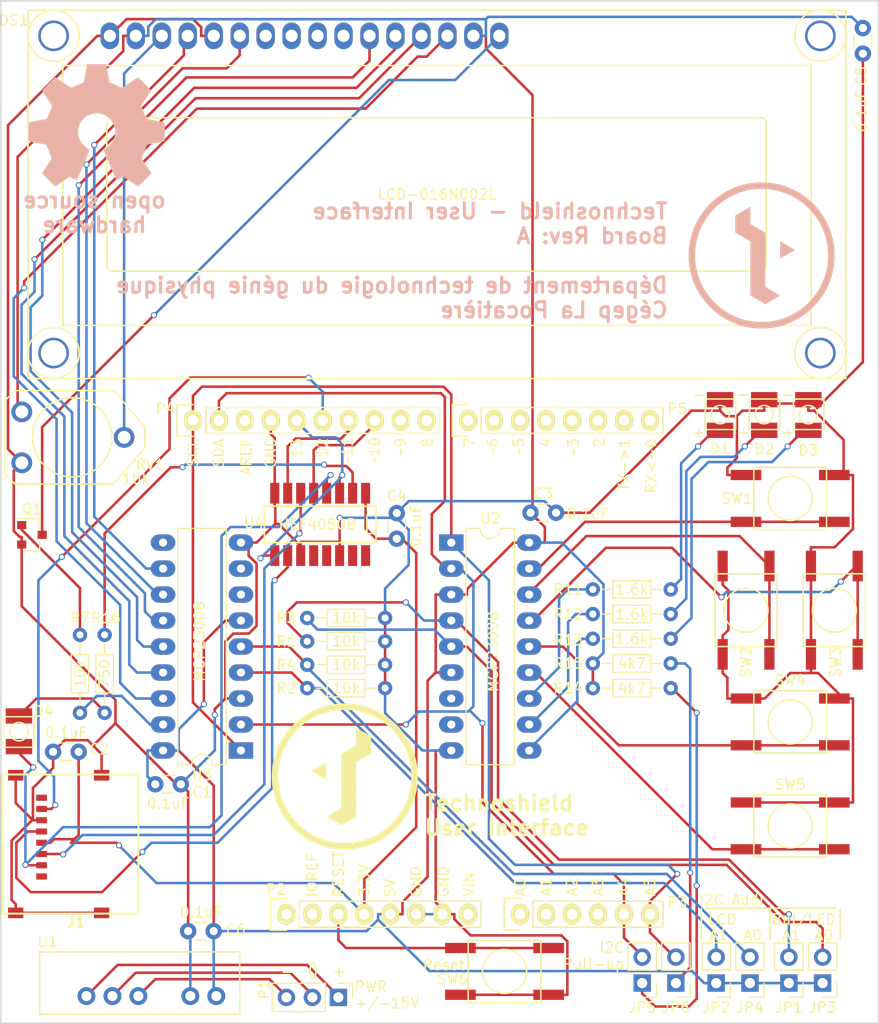
<source format=kicad_pcb>
(kicad_pcb (version 20171130) (host pcbnew "(5.1.12)-1")
  (title_block (title "Technoshield - User Interface") (date 2017-05-02) (rev A) (company "Cégep La Pocatiere") (comment 1 "Adapted from https://learn.adafruit.com/i2c-spi-lcd-backpack") (comment 2 https://creativecommons.org/licenses/by-sa/4.0/) (comment 3 "Released under the Creative Commons Attribution Share-Alike 4.0 License") (comment 4 "Copyright 2017 Jean-Sébastien Castonguay"))
  (layers (0 F.Cu signal) (31 B.Cu signal) (34 B.Paste user hide) (35 F.Paste user hide) (36 B.SilkS user) (37 F.SilkS user hide) (38 B.Mask user) (39 F.Mask user) (44 Edge.Cuts user))
  (net 0 "")
  (net 1 /IOREF)
  (net 2 /Reset)
  (net 3 +5V)
  (net 4 GND)
  (net 5 /A0)
  (net 6 /A1)
  (net 7 /A2)
  (net 8 /A3)
  (net 9 /AREF)
  (net 10 "/A4(SDA)")
  (net 11 "/A5(SCL)")
  (net 12 /7)
  (net 13 "/13(SCK)")
  (net 14 "/10(**/SS)")
  (net 15 "Net-(P1-Pad1)")
  (net 16 +3V3)
  (net 17 "/12(MISO)")
  (net 18 "/11(**/MOSI)")
  (net 19 "Net-(D1-Pad2)")
  (net 20 "Net-(D2-Pad2)")
  (net 21 "Net-(D3-Pad2)")
  (net 22 "Net-(D4-Pad1)")
  (net 23 "Net-(D4-Pad2)")
  (net 24 "Net-(DS1-Pad3)")
  (net 25 "Net-(DS1-Pad4)")
  (net 26 "Net-(DS1-Pad6)")
  (net 27 "Net-(DS1-Pad7)")
  (net 28 "Net-(DS1-Pad8)")
  (net 29 "Net-(DS1-Pad9)")
  (net 30 "Net-(DS1-Pad10)")
  (net 31 "Net-(DS1-Pad11)")
  (net 32 "Net-(DS1-Pad12)")
  (net 33 "Net-(DS1-Pad13)")
  (net 34 "Net-(DS1-Pad14)")
  (net 35 "Net-(DS1-Pad16)")
  (net 36 "Net-(J1-Pad1)")
  (net 37 "Net-(J1-Pad3)")
  (net 38 "Net-(J1-Pad5)")
  (net 39 "Net-(J1-Pad8)")
  (net 40 "Net-(Q1-Pad1)")
  (net 41 "Net-(JP1-Pad2)")
  (net 42 "Net-(JP2-Pad2)")
  (net 43 "Net-(JP3-Pad2)")
  (net 44 "Net-(JP4-Pad2)")
  (net 45 "Net-(R7-Pad2)")
  (net 46 "Net-(R11-Pad2)")
  (net 47 "Net-(R12-Pad2)")
  (net 48 "Net-(R13-Pad2)")
  (net 49 "Net-(JP5-Pad1)")
  (net 50 "Net-(JP6-Pad1)")
  (net 51 "Net-(R16-Pad2)")
  (net 52 "Net-(U2-Pad7)")
  (net 53 "Net-(U2-Pad8)")
  (net 54 "Net-(U3-Pad10)")
  (net 55 "Net-(U3-Pad7)")
  (net 56 "Net-(U3-Pad8)")
  (net 57 "Net-(U4-Pad12)")
  (net 58 "Net-(U4-Pad13)")
  (net 59 "Net-(U4-Pad15)")
  (net 60 "Net-(U4-Pad16)")
  (net 61 "Net-(P1-Pad2)")
  (net 62 "Net-(P1-Pad3)")
  (net 63 "Net-(P2-Pad1)")
  (net 64 /Vin)
  (net 65 "/9(**)")
  (net 66 /8)
  (net 67 "/6(**)")
  (net 68 "/5(**)")
  (net 69 /4)
  (net 70 "/3(**)")
  (net 71 /2)
  (net 72 "/1(Tx)")
  (net 73 "/0(Rx)")
  (net 74 "Net-(SW1-Pad1)")
  (net 75 "Net-(SW2-Pad1)")
  (net 76 "Net-(SW3-Pad1)")
  (net 77 "Net-(SW4-Pad1)")
  (net 78 "Net-(SW5-Pad1)")
  (module Displays:WC1602A (layer F.Cu) (at 121.666 37.973)
    (fp_text reference DS1 (at -9.398 -1.524) (layer F.SilkS))
    (fp_text value LCD-016N002L (at 31.99892 15.49908) (layer F.SilkS))
    (pad 1 thru_hole oval (at 0 0) (size 1.8 2.6) (drill 1.2) (layers *.Cu *.Mask) (net 4 GND))
    (pad 2 thru_hole oval (at 2.54 0) (size 1.8 2.6) (drill 1.2) (layers *.Cu *.Mask) (net 3 +5V))
    (pad 3 thru_hole oval (at 5.08 0) (size 1.8 2.6) (drill 1.2) (layers *.Cu *.Mask) (net 24 "Net-(DS1-Pad3)"))
    (pad 4 thru_hole oval (at 7.62 0) (size 1.8 2.6) (drill 1.2) (layers *.Cu *.Mask) (net 25 "Net-(DS1-Pad4)"))
    (pad 5 thru_hole oval (at 10.16 0) (size 1.8 2.6) (drill 1.2) (layers *.Cu *.Mask) (net 4 GND))
    (pad 6 thru_hole oval (at 12.7 0) (size 1.8 2.6) (drill 1.2) (layers *.Cu *.Mask) (net 26 "Net-(DS1-Pad6)"))
    (pad 7 thru_hole oval (at 15.24 0) (size 1.8 2.6) (drill 1.2) (layers *.Cu *.Mask) (net 27 "Net-(DS1-Pad7)"))
    (pad 8 thru_hole oval (at 17.78 0) (size 1.8 2.6) (drill 1.2) (layers *.Cu *.Mask) (net 28 "Net-(DS1-Pad8)"))
    (pad 9 thru_hole oval (at 20.32 0) (size 1.8 2.6) (drill 1.2) (layers *.Cu *.Mask) (net 29 "Net-(DS1-Pad9)"))
    (pad 10 thru_hole oval (at 22.86 0) (size 1.8 2.6) (drill 1.2) (layers *.Cu *.Mask) (net 30 "Net-(DS1-Pad10)"))
    (pad 11 thru_hole oval (at 25.4 0) (size 1.8 2.6) (drill 1.2) (layers *.Cu *.Mask) (net 31 "Net-(DS1-Pad11)"))
    (pad 12 thru_hole oval (at 27.94 0) (size 1.8 2.6) (drill 1.2) (layers *.Cu *.Mask) (net 32 "Net-(DS1-Pad12)"))
    (pad 13 thru_hole oval (at 30.48 0) (size 1.8 2.6) (drill 1.2) (layers *.Cu *.Mask) (net 33 "Net-(DS1-Pad13)"))
    (pad 14 thru_hole oval (at 33.02 0) (size 1.8 2.6) (drill 1.2) (layers *.Cu *.Mask) (net 34 "Net-(DS1-Pad14)"))
    (pad 15 thru_hole oval (at 35.56 0) (size 1.8 2.6) (drill 1.2) (layers *.Cu *.Mask) (net 3 +5V))
    (pad 16 thru_hole oval (at 38.1 0) (size 1.8 2.6) (drill 1.2) (layers *.Cu *.Mask) (net 35 "Net-(DS1-Pad16)"))
    (pad 0 thru_hole circle (at -5.4991 0) (size 3 3) (drill 2.5) (layers *.Cu *.Mask))
    (pad 0 thru_hole circle (at -5.4991 31.0007) (size 3 3) (drill 2.5) (layers *.Cu *.Mask))
    (pad 0 thru_hole circle (at 69.49948 31.0007) (size 3 3) (drill 2.5) (layers *.Cu *.Mask))
    (pad 0 thru_hole circle (at 69.49948 0) (size 3 3) (drill 2.5) (layers *.Cu *.Mask))
  )
  (module Housings_DIP:DIP-18_W7.62mm_LongPads (layer F.Cu) (at 134.493 107.823 180)
    (fp_text reference U3 (at 3.81 -2.39 180) (layer F.SilkS))
    (fp_text value MCP23008 (at 4.064 10.668 270) (layer F.SilkS))
    (pad 1 thru_hole rect (at 0 0 180) (size 2.4 1.6) (drill 0.8) (layers *.Cu *.Mask) (net 11 "/A5(SCL)"))
    (pad 10 thru_hole oval (at 7.62 20.32 180) (size 2.4 1.6) (drill 0.8) (layers *.Cu *.Mask) (net 54 "Net-(U3-Pad10)"))
    (pad 2 thru_hole oval (at 0 2.54 180) (size 2.4 1.6) (drill 0.8) (layers *.Cu *.Mask) (net 10 "/A4(SDA)"))
    (pad 11 thru_hole oval (at 7.62 17.78 180) (size 2.4 1.6) (drill 0.8) (layers *.Cu *.Mask) (net 25 "Net-(DS1-Pad4)"))
    (pad 3 thru_hole oval (at 0 5.08 180) (size 2.4 1.6) (drill 0.8) (layers *.Cu *.Mask) (net 4 GND))
    (pad 12 thru_hole oval (at 7.62 15.24 180) (size 2.4 1.6) (drill 0.8) (layers *.Cu *.Mask) (net 26 "Net-(DS1-Pad6)"))
    (pad 4 thru_hole oval (at 0 7.62 180) (size 2.4 1.6) (drill 0.8) (layers *.Cu *.Mask) (net 42 "Net-(JP2-Pad2)"))
    (pad 13 thru_hole oval (at 7.62 12.7 180) (size 2.4 1.6) (drill 0.8) (layers *.Cu *.Mask) (net 31 "Net-(DS1-Pad11)"))
    (pad 5 thru_hole oval (at 0 10.16 180) (size 2.4 1.6) (drill 0.8) (layers *.Cu *.Mask) (net 44 "Net-(JP4-Pad2)"))
    (pad 14 thru_hole oval (at 7.62 10.16 180) (size 2.4 1.6) (drill 0.8) (layers *.Cu *.Mask) (net 32 "Net-(DS1-Pad12)"))
    (pad 6 thru_hole oval (at 0 12.7 180) (size 2.4 1.6) (drill 0.8) (layers *.Cu *.Mask) (net 3 +5V))
    (pad 15 thru_hole oval (at 7.62 7.62 180) (size 2.4 1.6) (drill 0.8) (layers *.Cu *.Mask) (net 33 "Net-(DS1-Pad13)"))
    (pad 7 thru_hole oval (at 0 15.24 180) (size 2.4 1.6) (drill 0.8) (layers *.Cu *.Mask) (net 55 "Net-(U3-Pad7)"))
    (pad 16 thru_hole oval (at 7.62 5.08 180) (size 2.4 1.6) (drill 0.8) (layers *.Cu *.Mask) (net 34 "Net-(DS1-Pad14)"))
    (pad 8 thru_hole oval (at 0 17.78 180) (size 2.4 1.6) (drill 0.8) (layers *.Cu *.Mask) (net 56 "Net-(U3-Pad8)"))
    (pad 17 thru_hole oval (at 7.62 2.54 180) (size 2.4 1.6) (drill 0.8) (layers *.Cu *.Mask) (net 45 "Net-(R7-Pad2)"))
    (pad 9 thru_hole oval (at 0 20.32 180) (size 2.4 1.6) (drill 0.8) (layers *.Cu *.Mask) (net 4 GND))
    (pad 18 thru_hole oval (at 7.62 0 180) (size 2.4 1.6) (drill 0.8) (layers *.Cu *.Mask) (net 3 +5V))
  )
  (module Capacitors_THT:C_Disc_D3.0mm_W1.6mm_P2.50mm (layer F.Cu) (at 126.111 111.125)
    (fp_text reference C1 (at 4.572 0.762) (layer F.SilkS))
    (fp_text value 0.1uF (at 1.25 1.86) (layer F.SilkS))
    (pad 1 thru_hole circle (at 0 0) (size 1.6 1.6) (drill 0.8) (layers *.Cu *.Mask) (net 3 +5V))
    (pad 2 thru_hole circle (at 2.5 0) (size 1.6 1.6) (drill 0.8) (layers *.Cu *.Mask) (net 4 GND))
  )
  (module Capacitors_THT:C_Disc_D3.0mm_W1.6mm_P2.50mm (layer F.Cu) (at 118.618 107.95 180)
    (fp_text reference C2 (at -2.032 0.254 180) (layer F.SilkS))
    (fp_text value 0.1uF (at 1.25 1.86 180) (layer F.SilkS))
    (pad 1 thru_hole circle (at 0 0 180) (size 1.6 1.6) (drill 0.8) (layers *.Cu *.Mask) (net 16 +3V3))
    (pad 2 thru_hole circle (at 2.5 0 180) (size 1.6 1.6) (drill 0.8) (layers *.Cu *.Mask) (net 4 GND))
  )
  (module Capacitors_THT:C_Disc_D3.0mm_W1.6mm_P2.50mm (layer F.Cu) (at 162.814 84.582)
    (fp_text reference C3 (at 1.25 -1.86) (layer F.SilkS))
    (fp_text value 0.1uF (at 5.588 0.127) (layer F.SilkS))
    (pad 1 thru_hole circle (at 0 0) (size 1.6 1.6) (drill 0.8) (layers *.Cu *.Mask) (net 3 +5V))
    (pad 2 thru_hole circle (at 2.5 0) (size 1.6 1.6) (drill 0.8) (layers *.Cu *.Mask) (net 4 GND))
  )
  (module Capacitors_THT:C_Disc_D3.0mm_W1.6mm_P2.50mm (layer F.Cu) (at 149.733 87.122 90)
    (fp_text reference C4 (at 4.191 0 180) (layer F.SilkS))
    (fp_text value 0.1uF (at 1.25 1.86 90) (layer F.SilkS))
    (pad 1 thru_hole circle (at 0 0 90) (size 1.6 1.6) (drill 0.8) (layers *.Cu *.Mask) (net 16 +3V3))
    (pad 2 thru_hole circle (at 2.5 0 90) (size 1.6 1.6) (drill 0.8) (layers *.Cu *.Mask) (net 4 GND))
  )
  (module Capacitors_THT:C_Disc_D3.0mm_W1.6mm_P2.50mm (layer F.Cu) (at 195.326 37.211 270)
    (fp_text reference C5 (at 4.699 0.127 270) (layer F.SilkS))
    (fp_text value 0.1uF (at 8.128 0.127 270) (layer F.SilkS))
    (pad 1 thru_hole circle (at 0 0 270) (size 1.6 1.6) (drill 0.8) (layers *.Cu *.Mask) (net 3 +5V))
    (pad 2 thru_hole circle (at 2.5 0 270) (size 1.6 1.6) (drill 0.8) (layers *.Cu *.Mask) (net 4 GND))
  )
  (module Capacitors_THT:C_Disc_D3.0mm_W1.6mm_P2.50mm (layer F.Cu) (at 131.826 125.476 180)
    (fp_text reference C6 (at -2.159 0.127 180) (layer F.SilkS))
    (fp_text value 0.1uF (at 1.25 1.86 180) (layer F.SilkS))
    (pad 1 thru_hole circle (at 0 0 180) (size 1.6 1.6) (drill 0.8) (layers *.Cu *.Mask) (net 3 +5V))
    (pad 2 thru_hole circle (at 2.5 0 180) (size 1.6 1.6) (drill 0.8) (layers *.Cu *.Mask) (net 4 GND))
  )
  (module T67K:T67K (layer F.Cu) (at 181.356 73.533)
    (fp_text reference D1 (at 0 4.826) (layer F.SilkS))
    (fp_text value "LS T67K-J1K2-1-Z" hide)
    (pad 1 smd rect (at 0 0) (size 2.5908 1.4986) (layers F.Cu F.Paste F.Mask) (net 4 GND))
    (pad 2 smd rect (at 0 2.9972) (size 2.5908 1.4986) (layers F.Cu F.Paste F.Mask) (net 19 "Net-(D1-Pad2)"))
  )
  (module T67K:T67K (layer F.Cu) (at 185.674 73.533)
    (fp_text reference D2 (at 0 4.826) (layer F.SilkS))
    (fp_text value "LY T67K-J2L1-26-Z" hide)
    (pad 1 smd rect (at 0 0) (size 2.5908 1.4986) (layers F.Cu F.Paste F.Mask) (net 4 GND))
    (pad 2 smd rect (at 0 2.9972) (size 2.5908 1.4986) (layers F.Cu F.Paste F.Mask) (net 20 "Net-(D2-Pad2)"))
  )
  (module T67K:T67K (layer F.Cu) (at 189.992 73.533)
    (fp_text reference D3 (at 0 4.953) (layer F.SilkS))
    (fp_text value "LP T67K-E1F2-25-Z" hide)
    (pad 1 smd rect (at 0 0) (size 2.5908 1.4986) (layers F.Cu F.Paste F.Mask) (net 4 GND))
    (pad 2 smd rect (at 0 2.9972) (size 2.5908 1.4986) (layers F.Cu F.Paste F.Mask) (net 21 "Net-(D3-Pad2)"))
  )
  (module T67K:T67K (layer F.Cu) (at 112.776 107.442 180)
    (fp_text reference D4 (at -2.413 3.429 180) (layer F.SilkS))
    (fp_text value "LP T67K-E1F2-25-Z" hide)
    (pad 1 smd rect (at 0 0 180) (size 2.5908 1.4986) (layers F.Cu F.Paste F.Mask) (net 22 "Net-(D4-Pad1)"))
    (pad 2 smd rect (at 0 2.9972 180) (size 2.5908 1.4986) (layers F.Cu F.Paste F.Mask) (net 23 "Net-(D4-Pad2)"))
  )
  (module Connectors_lib:MICRO_SD_HINGE_AMP (layer F.Cu) (at 124.46 116.967 270)
    (fp_text reference J1 (at 7.62 6.096) (layer F.SilkS) (effects (font (thickness 0.25))))
    (fp_text value 101-00303-68-1-ND hide)
    (pad 1 smd rect (at 3.16992 9.46912 270) (size 0.59944 1.04902) (layers F.Cu F.Paste F.Mask) (net 36 "Net-(J1-Pad1)"))
    (pad 2 smd rect (at 2.0701 9.46912 270) (size 0.59944 1.04902) (layers F.Cu F.Paste F.Mask) (net 22 "Net-(D4-Pad1)"))
    (pad 3 smd rect (at 0.97028 9.46912 270) (size 0.59944 1.04902) (layers F.Cu F.Paste F.Mask) (net 37 "Net-(J1-Pad3)"))
    (pad 4 smd rect (at -0.12954 9.46912 270) (size 0.59944 1.04902) (layers F.Cu F.Paste F.Mask) (net 16 +3V3))
    (pad 5 smd rect (at -1.22936 9.46912 270) (size 0.59944 1.04902) (layers F.Cu F.Paste F.Mask) (net 38 "Net-(J1-Pad5)"))
    (pad 6 smd rect (at -2.32918 9.46912 270) (size 0.59944 1.04902) (layers F.Cu F.Paste F.Mask) (net 4 GND))
    (pad 7 smd rect (at -3.429 9.46912 270) (size 0.59944 1.04902) (layers F.Cu F.Paste F.Mask) (net 17 "/12(MISO)"))
    (pad 8 smd rect (at -4.52882 9.46912 270) (size 0.59944 1.04902) (layers F.Cu F.Paste F.Mask) (net 39 "Net-(J1-Pad8)"))
    (pad SHLD smd rect (at 6.72592 11.99896 270) (size 1.04902 1.50114) (layers F.Cu F.Paste F.Mask) (net 4 GND))
    (pad SHLD smd rect (at -6.72592 11.99896 270) (size 1.04902 1.50114) (layers F.Cu F.Paste F.Mask) (net 4 GND))
    (pad SHLD smd rect (at 6.72592 3.59918 270) (size 1.04902 1.50114) (layers F.Cu F.Paste F.Mask) (net 4 GND))
    (pad SHLD smd rect (at -6.72592 3.59918 270) (size 1.04902 1.50114) (layers F.Cu F.Paste F.Mask) (net 4 GND))
  )
  (module Pin_Headers:Pin_Header_Straight_1x02_Pitch2.54mm (layer F.Cu) (at 188.087 130.556 180)
    (fp_text reference JP1 (at 0 -2.39 180) (layer F.SilkS))
    (fp_text value JUMPER hide)
    (pad 1 thru_hole rect (at 0 0 180) (size 1.7 1.7) (drill 1) (layers *.Cu *.Mask) (net 3 +5V))
    (pad 2 thru_hole oval (at 0 2.54 180) (size 1.7 1.7) (drill 1) (layers *.Cu *.Mask) (net 41 "Net-(JP1-Pad2)"))
  )
  (module Pin_Headers:Pin_Header_Straight_1x02_Pitch2.54mm (layer F.Cu) (at 180.975 130.556 180)
    (fp_text reference JP2 (at 0 -2.39 180) (layer F.SilkS))
    (fp_text value JUMPER hide)
    (pad 1 thru_hole rect (at 0 0 180) (size 1.7 1.7) (drill 1) (layers *.Cu *.Mask) (net 3 +5V))
    (pad 2 thru_hole oval (at 0 2.54 180) (size 1.7 1.7) (drill 1) (layers *.Cu *.Mask) (net 42 "Net-(JP2-Pad2)"))
  )
  (module Pin_Headers:Pin_Header_Straight_1x02_Pitch2.54mm (layer F.Cu) (at 191.389 130.556 180)
    (fp_text reference JP3 (at 0 -2.39 180) (layer F.SilkS))
    (fp_text value JUMPER hide)
    (pad 1 thru_hole rect (at 0 0 180) (size 1.7 1.7) (drill 1) (layers *.Cu *.Mask) (net 3 +5V))
    (pad 2 thru_hole oval (at 0 2.54 180) (size 1.7 1.7) (drill 1) (layers *.Cu *.Mask) (net 43 "Net-(JP3-Pad2)"))
  )
  (module Pin_Headers:Pin_Header_Straight_1x02_Pitch2.54mm (layer F.Cu) (at 184.277 130.556 180)
    (fp_text reference JP4 (at 0 -2.39 180) (layer F.SilkS))
    (fp_text value JUMPER hide)
    (pad 1 thru_hole rect (at 0 0 180) (size 1.7 1.7) (drill 1) (layers *.Cu *.Mask) (net 3 +5V))
    (pad 2 thru_hole oval (at 0 2.54 180) (size 1.7 1.7) (drill 1) (layers *.Cu *.Mask) (net 44 "Net-(JP4-Pad2)"))
  )
  (module Pin_Headers:Pin_Header_Straight_1x02_Pitch2.54mm (layer F.Cu) (at 173.736 130.556 180)
    (fp_text reference JP5 (at 0 -2.39 180) (layer F.SilkS))
    (fp_text value JUMPER hide)
    (pad 1 thru_hole rect (at 0 0 180) (size 1.7 1.7) (drill 1) (layers *.Cu *.Mask) (net 49 "Net-(JP5-Pad1)"))
    (pad 2 thru_hole oval (at 0 2.54 180) (size 1.7 1.7) (drill 1) (layers *.Cu *.Mask) (net 10 "/A4(SDA)"))
  )
  (module Pin_Headers:Pin_Header_Straight_1x02_Pitch2.54mm (layer F.Cu) (at 177.038 130.556 180)
    (fp_text reference JP6 (at 0 -2.39 180) (layer F.SilkS))
    (fp_text value JUMPER hide)
    (pad 1 thru_hole rect (at 0 0 180) (size 1.7 1.7) (drill 1) (layers *.Cu *.Mask) (net 50 "Net-(JP6-Pad1)"))
    (pad 2 thru_hole oval (at 0 2.54 180) (size 1.7 1.7) (drill 1) (layers *.Cu *.Mask) (net 11 "/A5(SCL)"))
  )
  (module Pin_Headers:Pin_Header_Straight_1x03_Pitch2.54mm (layer F.Cu) (at 144.018 131.953 270)
    (fp_text reference P1 (at -0.762 7.239 270) (layer F.SilkS))
    (fp_text value CONN_01X03 hide)
    (pad 1 thru_hole rect (at 0 0 270) (size 1.7 1.7) (drill 1) (layers *.Cu *.Mask) (net 15 "Net-(P1-Pad1)"))
    (pad 2 thru_hole oval (at 0 2.54 270) (size 1.7 1.7) (drill 1) (layers *.Cu *.Mask) (net 61 "Net-(P1-Pad2)"))
    (pad 3 thru_hole oval (at 0 5.08 270) (size 1.7 1.7) (drill 1) (layers *.Cu *.Mask) (net 62 "Net-(P1-Pad3)"))
  )
  (module Socket_Arduino_Uno:Socket_Strip_Arduino_1x06 (layer F.Cu) (at 161.798 123.825)
    (fp_text reference P3 (at 15.367 -1.143) (layer F.SilkS))
    (fp_text value Analog hide)
    (pad 1 thru_hole oval (at 0 0) (size 1.7272 2.032) (drill 1.016) (layers *.Cu *.Mask F.SilkS) (net 5 /A0))
    (pad 2 thru_hole oval (at 2.54 0) (size 1.7272 2.032) (drill 1.016) (layers *.Cu *.Mask F.SilkS) (net 6 /A1))
    (pad 3 thru_hole oval (at 5.08 0) (size 1.7272 2.032) (drill 1.016) (layers *.Cu *.Mask F.SilkS) (net 7 /A2))
    (pad 4 thru_hole oval (at 7.62 0) (size 1.7272 2.032) (drill 1.016) (layers *.Cu *.Mask F.SilkS) (net 8 /A3))
    (pad 5 thru_hole oval (at 10.16 0) (size 1.7272 2.032) (drill 1.016) (layers *.Cu *.Mask F.SilkS) (net 10 "/A4(SDA)"))
    (pad 6 thru_hole oval (at 12.7 0) (size 1.7272 2.032) (drill 1.016) (layers *.Cu *.Mask F.SilkS) (net 11 "/A5(SCL)"))
  )
  (module Socket_Arduino_Uno:Socket_Strip_Arduino_1x10 (layer F.Cu) (at 129.794 75.565)
    (fp_text reference P4 (at -2.667 -1.143) (layer F.SilkS))
    (fp_text value Digital hide)
    (pad 1 thru_hole oval (at 0 0) (size 1.7272 2.032) (drill 1.016) (layers *.Cu *.Mask F.SilkS) (net 11 "/A5(SCL)"))
    (pad 2 thru_hole oval (at 2.54 0) (size 1.7272 2.032) (drill 1.016) (layers *.Cu *.Mask F.SilkS) (net 10 "/A4(SDA)"))
    (pad 3 thru_hole oval (at 5.08 0) (size 1.7272 2.032) (drill 1.016) (layers *.Cu *.Mask F.SilkS) (net 9 /AREF))
    (pad 4 thru_hole oval (at 7.62 0) (size 1.7272 2.032) (drill 1.016) (layers *.Cu *.Mask F.SilkS) (net 4 GND))
    (pad 5 thru_hole oval (at 10.16 0) (size 1.7272 2.032) (drill 1.016) (layers *.Cu *.Mask F.SilkS) (net 13 "/13(SCK)"))
    (pad 6 thru_hole oval (at 12.7 0) (size 1.7272 2.032) (drill 1.016) (layers *.Cu *.Mask F.SilkS) (net 17 "/12(MISO)"))
    (pad 7 thru_hole oval (at 15.24 0) (size 1.7272 2.032) (drill 1.016) (layers *.Cu *.Mask F.SilkS) (net 18 "/11(**/MOSI)"))
    (pad 8 thru_hole oval (at 17.78 0) (size 1.7272 2.032) (drill 1.016) (layers *.Cu *.Mask F.SilkS) (net 14 "/10(**/SS)"))
    (pad 9 thru_hole oval (at 20.32 0) (size 1.7272 2.032) (drill 1.016) (layers *.Cu *.Mask F.SilkS) (net 65 "/9(**)"))
    (pad 10 thru_hole oval (at 22.86 0) (size 1.7272 2.032) (drill 1.016) (layers *.Cu *.Mask F.SilkS) (net 66 /8))
  )
  (module Socket_Arduino_Uno:Socket_Strip_Arduino_1x08 (layer F.Cu) (at 156.718 75.565)
    (fp_text reference P5 (at 20.447 -1.143) (layer F.SilkS))
    (fp_text value Digital hide)
    (pad 1 thru_hole oval (at 0 0) (size 1.7272 2.032) (drill 1.016) (layers *.Cu *.Mask F.SilkS) (net 12 /7))
    (pad 2 thru_hole oval (at 2.54 0) (size 1.7272 2.032) (drill 1.016) (layers *.Cu *.Mask F.SilkS) (net 67 "/6(**)"))
    (pad 3 thru_hole oval (at 5.08 0) (size 1.7272 2.032) (drill 1.016) (layers *.Cu *.Mask F.SilkS) (net 68 "/5(**)"))
    (pad 4 thru_hole oval (at 7.62 0) (size 1.7272 2.032) (drill 1.016) (layers *.Cu *.Mask F.SilkS) (net 69 /4))
    (pad 5 thru_hole oval (at 10.16 0) (size 1.7272 2.032) (drill 1.016) (layers *.Cu *.Mask F.SilkS) (net 70 "/3(**)"))
    (pad 6 thru_hole oval (at 12.7 0) (size 1.7272 2.032) (drill 1.016) (layers *.Cu *.Mask F.SilkS) (net 71 /2))
    (pad 7 thru_hole oval (at 15.24 0) (size 1.7272 2.032) (drill 1.016) (layers *.Cu *.Mask F.SilkS) (net 72 "/1(Tx)"))
    (pad 8 thru_hole oval (at 17.78 0) (size 1.7272 2.032) (drill 1.016) (layers *.Cu *.Mask F.SilkS) (net 73 "/0(Rx)"))
  )
  (module TO_SOT_Packages_SMD:SOT-23 (layer F.Cu) (at 114.046 86.741)
    (fp_text reference Q1 (at 0 -2.5) (layer F.SilkS))
    (fp_text value MMBT2222A-7-F hide)
    (pad 1 smd rect (at -1 -0.95) (size 0.9 0.8) (layers F.Cu F.Paste F.Mask) (net 40 "Net-(Q1-Pad1)"))
    (pad 2 smd rect (at -1 0.95) (size 0.9 0.8) (layers F.Cu F.Paste F.Mask) (net 4 GND))
    (pad 3 smd rect (at 1 0) (size 0.9 0.8) (layers F.Cu F.Paste F.Mask) (net 35 "Net-(DS1-Pad16)"))
  )
  (module POTENTIOMETRES:POTENTIOMETRE_BOURNS_3319P (layer F.Cu) (at 123.063 77.216 270)
    (fp_text reference RV1 (at 2.667 -2.54) (layer F.SilkS))
    (fp_text value 10k (at 4.064 -1.143) (layer F.SilkS))
    (pad 1 thru_hole circle (at -2.4892 10.0076 270) (size 2.032 2.032) (drill 1.27) (layers *.Cu *.Mask) (net 3 +5V))
    (pad 2 thru_hole circle (at 0 0 270) (size 2.032 2.032) (drill 1.27) (layers *.Cu *.Mask) (net 24 "Net-(DS1-Pad3)"))
    (pad 3 thru_hole circle (at 2.4892 10.0076 270) (size 2.032 2.032) (drill 1.27) (layers *.Cu *.Mask) (net 4 GND))
  )
  (module smt_btn:smt_btn (layer F.Cu) (at 183.642 85.217)
    (fp_text reference SW1 (at -0.635 -2.032) (layer F.SilkS))
    (fp_text value SW_PUSH hide)
    (pad 1 smd rect (at 0.254 0.254) (size 3 1) (layers F.Cu F.Paste F.Mask) (net 74 "Net-(SW1-Pad1)"))
    (pad 1 smd rect (at 8.89 0.254) (size 3 1) (layers F.Cu F.Paste F.Mask) (net 74 "Net-(SW1-Pad1)"))
    (pad 2 smd rect (at 0.254 -4.318) (size 3 1) (layers F.Cu F.Paste F.Mask) (net 4 GND))
    (pad 2 smd rect (at 8.89 -4.318) (size 3 1) (layers F.Cu F.Paste F.Mask) (net 4 GND))
  )
  (module smt_btn:smt_btn (layer F.Cu) (at 185.928 98.679 90)
    (fp_text reference SW2 (at -0.508 -2.032 270) (layer F.SilkS))
    (fp_text value SW_PUSH hide)
    (pad 1 smd rect (at 0.254 0.254 90) (size 3 1) (layers F.Cu F.Paste F.Mask) (net 75 "Net-(SW2-Pad1)"))
    (pad 1 smd rect (at 8.89 0.254 90) (size 3 1) (layers F.Cu F.Paste F.Mask) (net 75 "Net-(SW2-Pad1)"))
    (pad 2 smd rect (at 0.254 -4.318 90) (size 3 1) (layers F.Cu F.Paste F.Mask) (net 4 GND))
    (pad 2 smd rect (at 8.89 -4.318 90) (size 3 1) (layers F.Cu F.Paste F.Mask) (net 4 GND))
  )
  (module smt_btn:smt_btn (layer F.Cu) (at 194.564 98.679 90)
    (fp_text reference SW3 (at -0.508 -1.905 90) (layer F.SilkS))
    (fp_text value SW_PUSH hide)
    (pad 1 smd rect (at 0.254 0.254 90) (size 3 1) (layers F.Cu F.Paste F.Mask) (net 76 "Net-(SW3-Pad1)"))
    (pad 1 smd rect (at 8.89 0.254 90) (size 3 1) (layers F.Cu F.Paste F.Mask) (net 76 "Net-(SW3-Pad1)"))
    (pad 2 smd rect (at 0.254 -4.318 90) (size 3 1) (layers F.Cu F.Paste F.Mask) (net 4 GND))
    (pad 2 smd rect (at 8.89 -4.318 90) (size 3 1) (layers F.Cu F.Paste F.Mask) (net 4 GND))
  )
  (module smt_btn:smt_btn (layer F.Cu) (at 183.642 107.061)
    (fp_text reference SW4 (at 4.572 -6.096) (layer F.SilkS))
    (fp_text value SW_PUSH hide)
    (pad 1 smd rect (at 0.254 0.254) (size 3 1) (layers F.Cu F.Paste F.Mask) (net 77 "Net-(SW4-Pad1)"))
    (pad 1 smd rect (at 8.89 0.254) (size 3 1) (layers F.Cu F.Paste F.Mask) (net 77 "Net-(SW4-Pad1)"))
    (pad 2 smd rect (at 0.254 -4.318) (size 3 1) (layers F.Cu F.Paste F.Mask) (net 4 GND))
    (pad 2 smd rect (at 8.89 -4.318) (size 3 1) (layers F.Cu F.Paste F.Mask) (net 4 GND))
  )
  (module smt_btn:smt_btn (layer F.Cu) (at 183.642 117.221)
    (fp_text reference SW5 (at 4.572 -6.096) (layer F.SilkS))
    (fp_text value SW_PUSH hide)
    (pad 1 smd rect (at 0.254 0.254) (size 3 1) (layers F.Cu F.Paste F.Mask) (net 78 "Net-(SW5-Pad1)"))
    (pad 1 smd rect (at 8.89 0.254) (size 3 1) (layers F.Cu F.Paste F.Mask) (net 78 "Net-(SW5-Pad1)"))
    (pad 2 smd rect (at 0.254 -4.318) (size 3 1) (layers F.Cu F.Paste F.Mask) (net 4 GND))
    (pad 2 smd rect (at 8.89 -4.318) (size 3 1) (layers F.Cu F.Paste F.Mask) (net 4 GND))
  )
  (module PDM1-S:PDM1-S (layer F.Cu) (at 124.46 131.826 180)
    (fp_text reference U1 (at 8.89 5.334 180) (layer F.SilkS))
    (fp_text value PDM1-S5-D15-S hide)
    (pad 1 thru_hole circle (at -7.62 0 180) (size 1.7526 1.7526) (drill 0.9906) (layers *.Cu *.Mask) (net 3 +5V))
    (pad 2 thru_hole circle (at -5.08 0 180) (size 1.7526 1.7526) (drill 0.9906) (layers *.Cu *.Mask) (net 4 GND))
    (pad 4 thru_hole circle (at 0 0 180) (size 1.7526 1.7526) (drill 0.9906) (layers *.Cu *.Mask) (net 62 "Net-(P1-Pad3)"))
    (pad 5 thru_hole circle (at 2.54 0 180) (size 1.7526 1.7526) (drill 0.9906) (layers *.Cu *.Mask) (net 61 "Net-(P1-Pad2)"))
    (pad 6 thru_hole circle (at 5.08 0 180) (size 1.7526 1.7526) (drill 0.9906) (layers *.Cu *.Mask) (net 15 "Net-(P1-Pad1)"))
  )
  (module Housings_DIP:DIP-18_W7.62mm_LongPads (layer F.Cu) (at 155.067 87.503)
    (fp_text reference U2 (at 3.81 -2.39) (layer F.SilkS))
    (fp_text value MCP23008 (at 4.064 10.668 90) (layer F.SilkS))
    (pad 1 thru_hole rect (at 0 0) (size 2.4 1.6) (drill 0.8) (layers *.Cu *.Mask) (net 11 "/A5(SCL)"))
    (pad 10 thru_hole oval (at 7.62 20.32) (size 2.4 1.6) (drill 0.8) (layers *.Cu *.Mask) (net 48 "Net-(R13-Pad2)"))
    (pad 2 thru_hole oval (at 0 2.54) (size 2.4 1.6) (drill 0.8) (layers *.Cu *.Mask) (net 10 "/A4(SDA)"))
    (pad 11 thru_hole oval (at 7.62 17.78) (size 2.4 1.6) (drill 0.8) (layers *.Cu *.Mask) (net 47 "Net-(R12-Pad2)"))
    (pad 3 thru_hole oval (at 0 5.08) (size 2.4 1.6) (drill 0.8) (layers *.Cu *.Mask) (net 3 +5V))
    (pad 12 thru_hole oval (at 7.62 15.24) (size 2.4 1.6) (drill 0.8) (layers *.Cu *.Mask) (net 46 "Net-(R11-Pad2)"))
    (pad 4 thru_hole oval (at 0 7.62) (size 2.4 1.6) (drill 0.8) (layers *.Cu *.Mask) (net 41 "Net-(JP1-Pad2)"))
    (pad 13 thru_hole oval (at 7.62 12.7) (size 2.4 1.6) (drill 0.8) (layers *.Cu *.Mask) (net 78 "Net-(SW5-Pad1)"))
    (pad 5 thru_hole oval (at 0 10.16) (size 2.4 1.6) (drill 0.8) (layers *.Cu *.Mask) (net 43 "Net-(JP3-Pad2)"))
    (pad 14 thru_hole oval (at 7.62 10.16) (size 2.4 1.6) (drill 0.8) (layers *.Cu *.Mask) (net 77 "Net-(SW4-Pad1)"))
    (pad 6 thru_hole oval (at 0 12.7) (size 2.4 1.6) (drill 0.8) (layers *.Cu *.Mask) (net 3 +5V))
    (pad 15 thru_hole oval (at 7.62 7.62) (size 2.4 1.6) (drill 0.8) (layers *.Cu *.Mask) (net 76 "Net-(SW3-Pad1)"))
    (pad 7 thru_hole oval (at 0 15.24) (size 2.4 1.6) (drill 0.8) (layers *.Cu *.Mask) (net 52 "Net-(U2-Pad7)"))
    (pad 16 thru_hole oval (at 7.62 5.08) (size 2.4 1.6) (drill 0.8) (layers *.Cu *.Mask) (net 75 "Net-(SW2-Pad1)"))
    (pad 8 thru_hole oval (at 0 17.78) (size 2.4 1.6) (drill 0.8) (layers *.Cu *.Mask) (net 53 "Net-(U2-Pad8)"))
    (pad 17 thru_hole oval (at 7.62 2.54) (size 2.4 1.6) (drill 0.8) (layers *.Cu *.Mask) (net 74 "Net-(SW1-Pad1)"))
    (pad 9 thru_hole oval (at 0 20.32) (size 2.4 1.6) (drill 0.8) (layers *.Cu *.Mask) (net 4 GND))
    (pad 18 thru_hole oval (at 7.62 0) (size 2.4 1.6) (drill 0.8) (layers *.Cu *.Mask) (net 3 +5V))
  )
  (module SO16-3_9mm:SO16-3_9mm (layer F.Cu) (at 138.43 93.853 270)
    (fp_text reference U4 (at -8.255 2.667) (layer F.SilkS))
    (fp_text value HEF4050B (at -8.128 -3.556) (layer F.SilkS))
    (pad 1 smd rect (at -11.176 -8.255 270) (size 2.032 0.889) (layers F.Cu F.Paste F.Mask) (net 16 +3V3))
    (pad 2 smd rect (at -11.176 -6.985 270) (size 2.032 0.889) (layers F.Cu F.Paste F.Mask) (net 51 "Net-(R16-Pad2)"))
    (pad 3 smd rect (at -11.176 -5.715 270) (size 2.032 0.889) (layers F.Cu F.Paste F.Mask) (net 13 "/13(SCK)"))
    (pad 4 smd rect (at -11.176 -4.445 270) (size 2.032 0.889) (layers F.Cu F.Paste F.Mask) (net 22 "Net-(D4-Pad1)"))
    (pad 5 smd rect (at -11.176 -3.175 270) (size 2.032 0.889) (layers F.Cu F.Paste F.Mask) (net 14 "/10(**/SS)"))
    (pad 6 smd rect (at -11.176 -1.905 270) (size 2.032 0.889) (layers F.Cu F.Paste F.Mask) (net 37 "Net-(J1-Pad3)"))
    (pad 7 smd rect (at -11.176 -0.635 270) (size 2.032 0.889) (layers F.Cu F.Paste F.Mask) (net 18 "/11(**/MOSI)"))
    (pad 8 smd rect (at -11.176 0.635 270) (size 2.032 0.889) (layers F.Cu F.Paste F.Mask) (net 4 GND))
    (pad 9 smd rect (at -5.08 0.635 270) (size 2.032 0.889) (layers F.Cu F.Paste F.Mask) (net 13 "/13(SCK)"))
    (pad 10 smd rect (at -5.08 -0.635 270) (size 2.032 0.889) (layers F.Cu F.Paste F.Mask) (net 38 "Net-(J1-Pad5)"))
    (pad 11 smd rect (at -5.08 -1.905 270) (size 2.032 0.889) (layers F.Cu F.Paste F.Mask) (net 4 GND))
    (pad 12 smd rect (at -5.08 -3.175 270) (size 2.032 0.889) (layers F.Cu F.Paste F.Mask) (net 57 "Net-(U4-Pad12)"))
    (pad 13 smd rect (at -5.08 -4.445 270) (size 2.032 0.889) (layers F.Cu F.Paste F.Mask) (net 58 "Net-(U4-Pad13)"))
    (pad 14 smd rect (at -5.08 -5.715 270) (size 2.032 0.889) (layers F.Cu F.Paste F.Mask) (net 4 GND))
    (pad 15 smd rect (at -5.08 -6.985 270) (size 2.032 0.889) (layers F.Cu F.Paste F.Mask) (net 59 "Net-(U4-Pad15)"))
    (pad 16 smd rect (at -5.08 -8.255 270) (size 2.032 0.889) (layers F.Cu F.Paste F.Mask) (net 60 "Net-(U4-Pad16)"))
  )
  (module Resistors_THT:R_Axial_DIN0204_L3.6mm_D1.6mm_P7.62mm_Horizontal (layer F.Cu) (at 140.97 97.155)
    (fp_text reference R1 (at -2.032 0) (layer F.SilkS))
    (fp_text value 10k (at 3.81 0) (layer F.SilkS))
    (pad 1 thru_hole circle (at 0 0) (size 1.4 1.4) (drill 0.7) (layers *.Cu *.Mask) (net 41 "Net-(JP1-Pad2)"))
    (pad 2 thru_hole oval (at 7.62 0) (size 1.4 1.4) (drill 0.7) (layers *.Cu *.Mask) (net 4 GND))
  )
  (module Resistors_THT:R_Axial_DIN0204_L3.6mm_D1.6mm_P7.62mm_Horizontal (layer F.Cu) (at 140.97 101.727)
    (fp_text reference R2 (at -2.032 0) (layer F.SilkS))
    (fp_text value 10k (at 3.81 0) (layer F.SilkS))
    (pad 1 thru_hole circle (at 0 0) (size 1.4 1.4) (drill 0.7) (layers *.Cu *.Mask) (net 42 "Net-(JP2-Pad2)"))
    (pad 2 thru_hole oval (at 7.62 0) (size 1.4 1.4) (drill 0.7) (layers *.Cu *.Mask) (net 4 GND))
  )
  (module Resistors_THT:R_Axial_DIN0204_L3.6mm_D1.6mm_P7.62mm_Horizontal (layer F.Cu) (at 140.97 94.869)
    (fp_text reference R3 (at -2.032 0) (layer F.SilkS))
    (fp_text value 10k (at 3.81 0) (layer F.SilkS))
    (pad 1 thru_hole circle (at 0 0) (size 1.4 1.4) (drill 0.7) (layers *.Cu *.Mask) (net 43 "Net-(JP3-Pad2)"))
    (pad 2 thru_hole oval (at 7.62 0) (size 1.4 1.4) (drill 0.7) (layers *.Cu *.Mask) (net 4 GND))
  )
  (module Resistors_THT:R_Axial_DIN0204_L3.6mm_D1.6mm_P7.62mm_Horizontal (layer F.Cu) (at 140.97 99.441)
    (fp_text reference R4 (at -2.032 0) (layer F.SilkS))
    (fp_text value 10k (at 3.81 0) (layer F.SilkS))
    (pad 1 thru_hole circle (at 0 0) (size 1.4 1.4) (drill 0.7) (layers *.Cu *.Mask) (net 44 "Net-(JP4-Pad2)"))
    (pad 2 thru_hole oval (at 7.62 0) (size 1.4 1.4) (drill 0.7) (layers *.Cu *.Mask) (net 4 GND))
  )
  (module Resistors_THT:R_Axial_DIN0204_L3.6mm_D1.6mm_P7.62mm_Horizontal (layer F.Cu) (at 118.745 96.52 270)
    (fp_text reference R7 (at -1.651 0) (layer F.SilkS))
    (fp_text value 10k (at 3.81 0 270) (layer F.SilkS))
    (pad 1 thru_hole circle (at 0 0 270) (size 1.4 1.4) (drill 0.7) (layers *.Cu *.Mask) (net 40 "Net-(Q1-Pad1)"))
    (pad 2 thru_hole oval (at 7.62 0 270) (size 1.4 1.4) (drill 0.7) (layers *.Cu *.Mask) (net 45 "Net-(R7-Pad2)"))
  )
  (module Resistors_THT:R_Axial_DIN0204_L3.6mm_D1.6mm_P7.62mm_Horizontal (layer F.Cu) (at 176.53 92.075 180)
    (fp_text reference R11 (at 10.033 0 180) (layer F.SilkS))
    (fp_text value 1.6k (at 3.81 0 180) (layer F.SilkS))
    (pad 1 thru_hole circle (at 0 0 180) (size 1.4 1.4) (drill 0.7) (layers *.Cu *.Mask) (net 19 "Net-(D1-Pad2)"))
    (pad 2 thru_hole oval (at 7.62 0 180) (size 1.4 1.4) (drill 0.7) (layers *.Cu *.Mask) (net 46 "Net-(R11-Pad2)"))
  )
  (module Resistors_THT:R_Axial_DIN0204_L3.6mm_D1.6mm_P7.62mm_Horizontal (layer F.Cu) (at 176.53 94.488 180)
    (fp_text reference R12 (at 10.033 0 180) (layer F.SilkS))
    (fp_text value 1.6k (at 3.81 0 180) (layer F.SilkS))
    (pad 1 thru_hole circle (at 0 0 180) (size 1.4 1.4) (drill 0.7) (layers *.Cu *.Mask) (net 20 "Net-(D2-Pad2)"))
    (pad 2 thru_hole oval (at 7.62 0 180) (size 1.4 1.4) (drill 0.7) (layers *.Cu *.Mask) (net 47 "Net-(R12-Pad2)"))
  )
  (module Resistors_THT:R_Axial_DIN0204_L3.6mm_D1.6mm_P7.62mm_Horizontal (layer F.Cu) (at 176.53 96.901 180)
    (fp_text reference R13 (at 10.033 -0.127 180) (layer F.SilkS))
    (fp_text value 1.6k (at 3.81 0 180) (layer F.SilkS))
    (pad 1 thru_hole circle (at 0 0 180) (size 1.4 1.4) (drill 0.7) (layers *.Cu *.Mask) (net 21 "Net-(D3-Pad2)"))
    (pad 2 thru_hole oval (at 7.62 0 180) (size 1.4 1.4) (drill 0.7) (layers *.Cu *.Mask) (net 48 "Net-(R13-Pad2)"))
  )
  (module Resistors_THT:R_Axial_DIN0204_L3.6mm_D1.6mm_P7.62mm_Horizontal (layer F.Cu) (at 168.91 101.727)
    (fp_text reference R14 (at -2.413 0) (layer F.SilkS))
    (fp_text value 4k7 (at 3.81 0) (layer F.SilkS))
    (pad 1 thru_hole circle (at 0 0) (size 1.4 1.4) (drill 0.7) (layers *.Cu *.Mask) (net 3 +5V))
    (pad 2 thru_hole oval (at 7.62 0) (size 1.4 1.4) (drill 0.7) (layers *.Cu *.Mask) (net 49 "Net-(JP5-Pad1)"))
  )
  (module Resistors_THT:R_Axial_DIN0204_L3.6mm_D1.6mm_P7.62mm_Horizontal (layer F.Cu) (at 168.91 99.314)
    (fp_text reference R15 (at -2.413 0) (layer F.SilkS))
    (fp_text value 4k7 (at 3.81 0) (layer F.SilkS))
    (pad 1 thru_hole circle (at 0 0) (size 1.4 1.4) (drill 0.7) (layers *.Cu *.Mask) (net 3 +5V))
    (pad 2 thru_hole oval (at 7.62 0) (size 1.4 1.4) (drill 0.7) (layers *.Cu *.Mask) (net 50 "Net-(JP6-Pad1)"))
  )
  (module Resistors_THT:R_Axial_DIN0204_L3.6mm_D1.6mm_P7.62mm_Horizontal (layer F.Cu) (at 121.158 104.14 90)
    (fp_text reference R16 (at 9.271 0.127 180) (layer F.SilkS))
    (fp_text value 750 (at 3.81 0 90) (layer F.SilkS))
    (pad 1 thru_hole circle (at 0 0 90) (size 1.4 1.4) (drill 0.7) (layers *.Cu *.Mask) (net 23 "Net-(D4-Pad2)"))
    (pad 2 thru_hole oval (at 7.62 0 90) (size 1.4 1.4) (drill 0.7) (layers *.Cu *.Mask) (net 51 "Net-(R16-Pad2)"))
  )
  (module smt_btn:smt_btn (layer F.Cu) (at 155.702 131.445)
    (fp_text reference SW6 (at -0.508 -1.27) (layer F.SilkS))
    (fp_text value SW_PUSH hide)
    (pad 1 smd rect (at 0.254 0.254) (size 3 1) (layers F.Cu F.Paste F.Mask) (net 4 GND))
    (pad 1 smd rect (at 8.89 0.254) (size 3 1) (layers F.Cu F.Paste F.Mask) (net 4 GND))
    (pad 2 smd rect (at 0.254 -4.318) (size 3 1) (layers F.Cu F.Paste F.Mask) (net 2 /Reset))
    (pad 2 smd rect (at 8.89 -4.318) (size 3 1) (layers F.Cu F.Paste F.Mask) (net 2 /Reset))
  )
  (module Symbols:OSHW-Symbol_13.4x12mm_SilkScreen (layer B.Cu) (at 120.396 46.736 180)
    (fp_text reference REF*** hide)
    (fp_text value OSHW-Symbol_13.4x12mm_SilkScreen hide)
  )
  (module Socket_Arduino_Uno:Socket_Strip_Arduino_1x08 (layer F.Cu) (at 138.938 123.825)
    (fp_text reference P2 (at -1.016 -2.413) (layer F.SilkS))
    (fp_text value Power hide)
    (pad 1 thru_hole oval (at 0 0) (size 1.7272 2.032) (drill 1.016) (layers *.Cu *.Mask F.SilkS) (net 63 "Net-(P2-Pad1)"))
    (pad 2 thru_hole oval (at 2.54 0) (size 1.7272 2.032) (drill 1.016) (layers *.Cu *.Mask F.SilkS) (net 1 /IOREF))
    (pad 3 thru_hole oval (at 5.08 0) (size 1.7272 2.032) (drill 1.016) (layers *.Cu *.Mask F.SilkS) (net 2 /Reset))
    (pad 4 thru_hole oval (at 7.62 0) (size 1.7272 2.032) (drill 1.016) (layers *.Cu *.Mask F.SilkS) (net 16 +3V3))
    (pad 5 thru_hole oval (at 10.16 0) (size 1.7272 2.032) (drill 1.016) (layers *.Cu *.Mask F.SilkS) (net 3 +5V))
    (pad 6 thru_hole oval (at 12.7 0) (size 1.7272 2.032) (drill 1.016) (layers *.Cu *.Mask F.SilkS) (net 4 GND))
    (pad 7 thru_hole oval (at 15.24 0) (size 1.7272 2.032) (drill 1.016) (layers *.Cu *.Mask F.SilkS) (net 4 GND))
    (pad 8 thru_hole oval (at 17.78 0) (size 1.7272 2.032) (drill 1.016) (layers *.Cu *.Mask F.SilkS) (net 64 /Vin))
  )
  (module logo:logo (layer B.Cu) (at 185.42 59.436 180)
    (fp_text reference G***_2 hide)
    (fp_text value LOGO hide)
  )
  (module logo:logo (layer F.Cu) (at 144.653 110.363)
    (fp_text reference G*** hide)
    (fp_text value LOGO hide)
  )
  (gr_text "open source\nhardware" (at 120.142 55.245) (layer B.SilkS) (effects (font (size 1.5 1.5) (thickness 0.3)) (justify mirror)))
  (gr_text "Technoshield\nUser Interface" (at 152.273 114.173) (layer F.SilkS) (effects (font (size 1.5 1.5) (thickness 0.3)) (justify left)))
  (gr_text + (at 187.96 76.708) (layer F.SilkS) (effects (font (size 1 1))))
  (gr_text + (at 183.642 76.708) (layer F.SilkS) (effects (font (size 1 1))))
  (gr_text - (at 187.96 73.025) (layer F.SilkS) (effects (font (size 1 1))))
  (gr_text - (at 183.642 73.025) (layer F.SilkS) (effects (font (size 1 1))))
  (gr_text - (at 179.324 73.025) (layer F.SilkS) (effects (font (size 1 1))))
  (gr_text + (at 179.324 76.708) (layer F.SilkS) (effects (font (size 1 1))))
  (gr_text "Technoshield - User Interface\nBoard Rev: A\n\nDépartement de technologie du génie physique\nCégep La Pocatière" (at 176.403 59.944) (layer B.SilkS) (effects (font (size 1.5 1.5) (thickness 0.3)) (justify left mirror)))
  (gr_text 3.3V (at 146.558 120.523 90) (layer F.SilkS) (effects (font (size 1 1))))
  (gr_text IOREF (at 141.478 120.015 90) (layer F.SilkS) (effects (font (size 1 1))))
  (gr_text RESET (at 144.018 119.888 90) (layer F.SilkS) (effects (font (size 1 1))))
  (gr_text 5V (at 149.098 121.285 90) (layer F.SilkS) (effects (font (size 1 1))))
  (gr_text Reset (at 156.464 128.778) (layer F.SilkS) (effects (font (size 1 1)) (justify right)))
  (gr_text SCL (at 129.794 78.74 90) (layer F.SilkS) (effects (font (size 1 1))))
  (gr_text SDA (at 132.334 78.74 90) (layer F.SilkS) (effects (font (size 1 1))))
  (gr_text AREF (at 135.001 79.121 90) (layer F.SilkS) (effects (font (size 1 1))))
  (gr_text GND (at 137.414 78.74 90) (layer F.SilkS) (effects (font (size 1 1))))
  (gr_text 13 (at 139.954 78.232 90) (layer F.SilkS) (effects (font (size 1 1))))
  (gr_text 12 (at 142.494 78.232 90) (layer F.SilkS) (effects (font (size 1 1))))
  (gr_text ~~11 (at 144.907 78.486 90) (layer F.SilkS) (effects (font (size 1 1))))
  (gr_text ~~10 (at 147.574 78.486 90) (layer F.SilkS) (effects (font (size 1 1))))
  (gr_text ~~9 (at 150.114 78.105 90) (layer F.SilkS) (effects (font (size 1 1))))
  (gr_text 8 (at 152.781 77.724 90) (layer F.SilkS) (effects (font (size 1 1))))
  (gr_text 7 (at 156.845 77.724 90) (layer F.SilkS) (effects (font (size 1 1))))
  (gr_text ~~6 (at 159.131 78.105 90) (layer F.SilkS) (effects (font (size 1 1))))
  (gr_text ~~5 (at 161.671 78.105 90) (layer F.SilkS) (effects (font (size 1 1))))
  (gr_text 4 (at 164.338 77.724 90) (layer F.SilkS) (effects (font (size 1 1))))
  (gr_text 2 (at 169.545 77.724 90) (layer F.SilkS) (effects (font (size 1 1))))
  (gr_text "|\n|" (at 185.674 124.714) (layer F.SilkS) (effects (font (size 1 1)) (justify left)))
  (gr_text "|\n|" (at 192.532 124.714) (layer F.SilkS) (effects (font (size 1 1)) (justify left)))
  (gr_text "|\n|" (at 178.943 124.714) (layer F.SilkS) (effects (font (size 1 1)) (justify left)))
  (gr_text _________________ (at 179.705 122.682) (layer F.SilkS) (effects (font (size 1 1)) (justify left)))
  (gr_text A0 (at 190.5 125.857) (layer F.SilkS) (effects (font (size 1 1)) (justify left)))
  (gr_text A1 (at 187.325 125.857) (layer F.SilkS) (effects (font (size 1 1)) (justify left)))
  (gr_text A0 (at 183.515 125.857) (layer F.SilkS) (effects (font (size 1 1)) (justify left)))
  (gr_text A1 (at 180.213 125.857) (layer F.SilkS) (effects (font (size 1 1)) (justify left)))
  (gr_text But/LED (at 186.309 124.333) (layer F.SilkS) (effects (font (size 1 1)) (justify left)))
  (gr_text LCD (at 180.086 124.333) (layer F.SilkS) (effects (font (size 1 1)) (justify left)))
  (gr_text GND (at 151.638 120.65 90) (layer F.SilkS) (effects (font (size 1 1))))
  (gr_text GND (at 154.305 120.65 90) (layer F.SilkS) (effects (font (size 1 1))))
  (gr_text VIN (at 156.845 120.904 90) (layer F.SilkS) (effects (font (size 1 1))))
  (gr_text A0 (at 161.798 121.158 90) (layer F.SilkS) (effects (font (size 1 1))))
  (gr_text A1 (at 164.338 121.158 90) (layer F.SilkS) (effects (font (size 1 1))))
  (gr_text A2 (at 166.878 121.158 90) (layer F.SilkS) (effects (font (size 1 1))))
  (gr_text A3 (at 169.418 121.158 90) (layer F.SilkS) (effects (font (size 1 1))))
  (gr_text A4 (at 171.958 121.158 90) (layer F.SilkS) (effects (font (size 1 1))))
  (gr_text A5 (at 174.498 121.158 90) (layer F.SilkS) (effects (font (size 1 1))))
  (gr_text "I2C Addr" (at 179.197 122.428) (layer F.SilkS) (effects (font (size 1 1)) (justify left)))
  (gr_text "I2C\nPull-up" (at 172.085 127.889) (layer F.SilkS) (effects (font (size 1 1)) (justify right)))
  (gr_text - (at 138.303 129.413) (layer F.SilkS) (effects (font (size 1 1)) (justify left)))
  (gr_text 0 (at 140.97 129.413) (layer F.SilkS) (effects (font (size 1.5 1)) (justify left)))
  (gr_text + (at 143.383 129.413) (layer F.SilkS) (effects (font (size 1 1)) (justify left)))
  (gr_text "PWR\n+/-15V" (at 145.542 131.699) (layer F.SilkS) (effects (font (size 1 1)) (justify left)))
  (gr_text ~~3 (at 167.005 78.105 90) (layer F.SilkS) (effects (font (size 1 1))))
  (gr_text TX->1 (at 171.958 79.883 90) (layer F.SilkS) (effects (font (size 1 1))))
  (gr_text RX<-0 (at 174.625 80.01 90) (layer F.SilkS) (effects (font (size 1 1))))
  (gr_line (start 196.85 34.544) (end 196.85 134.493) (angle 90) (layer Edge.Cuts) (width 0.15))
  (gr_line (start 110.998 34.544) (end 111.76 34.544) (angle 90) (layer Edge.Cuts) (width 0.15))
  (gr_line (start 110.998 134.493) (end 110.998 34.544) (angle 90) (layer Edge.Cuts) (width 0.15))
  (gr_line (start 110.998 34.544) (end 196.85 34.544) (angle 90) (layer Edge.Cuts) (width 0.15))
  (gr_line (start 110.998 134.493) (end 196.85 134.493) (angle 90) (layer Edge.Cuts) (width 0.15))
  (segment (start 155.956 127.127) (end 144.78 127.127) (width 0.25) (layer F.Cu) (net 2))
  (segment (start 144.78 127.127) (end 144.018 126.365) (width 0.25) (layer F.Cu) (net 2))
  (segment (start 144.018 126.365) (end 144.018 123.825) (width 0.25) (layer F.Cu) (net 2))
  (segment (start 155.956 127.127) (end 164.592 127.127) (width 0.25) (layer F.Cu) (net 2))
  (segment (start 113.0554 74.7268) (end 112.6462 74.3176) (width 0.25) (layer F.Cu) (net 3))
  (segment (start 112.6462 74.3176) (end 112.6462 49.7962) (width 0.25) (layer F.Cu) (net 3))
  (segment (start 112.6462 49.7962) (end 122.9809 39.4615) (width 0.25) (layer F.Cu) (net 3))
  (segment (start 122.9809 39.4615) (end 122.9809 37.973) (width 0.25) (layer F.Cu) (net 3))
  (segment (start 157.226 37.973) (end 158.4511 37.973) (width 0.25) (layer F.Cu) (net 3))
  (segment (start 163.513 85.281) (end 164.2121 85.9801) (width 0.25) (layer F.Cu) (net 3))
  (segment (start 164.2121 85.9801) (end 164.2121 87.503) (width 0.25) (layer F.Cu) (net 3))
  (segment (start 162.814 84.582) (end 163.513 85.281) (width 0.25) (layer F.Cu) (net 3))
  (segment (start 158.4511 37.973) (end 158.4511 39.1981) (width 0.25) (layer F.Cu) (net 3))
  (segment (start 158.4511 39.1981) (end 163.013 43.76) (width 0.25) (layer F.Cu) (net 3))
  (segment (start 163.013 43.76) (end 163.013 84.781) (width 0.25) (layer F.Cu) (net 3))
  (segment (start 163.013 84.781) (end 163.513 85.281) (width 0.25) (layer F.Cu) (net 3))
  (segment (start 158.4511 36.3442) (end 126.1522 36.3442) (width 0.25) (layer B.Cu) (net 3))
  (segment (start 126.1522 36.3442) (end 125.4311 37.0653) (width 0.25) (layer B.Cu) (net 3))
  (segment (start 125.4311 37.0653) (end 125.4311 37.973) (width 0.25) (layer B.Cu) (net 3))
  (segment (start 195.326 37.211) (end 194.2304 36.1154) (width 0.25) (layer B.Cu) (net 3))
  (segment (start 194.2304 36.1154) (end 158.6799 36.1154) (width 0.25) (layer B.Cu) (net 3))
  (segment (start 158.6799 36.1154) (end 158.4511 36.3442) (width 0.25) (layer B.Cu) (net 3))
  (segment (start 158.4511 36.3442) (end 158.4511 37.973) (width 0.25) (layer B.Cu) (net 3))
  (segment (start 124.206 37.973) (end 125.4311 37.973) (width 0.25) (layer B.Cu) (net 3))
  (segment (start 126.873 107.823) (end 128.3981 107.823) (width 0.25) (layer B.Cu) (net 3))
  (segment (start 132.9679 95.123) (end 130.8632 97.2277) (width 0.25) (layer F.Cu) (net 3))
  (segment (start 130.8632 97.2277) (end 130.8632 103.2893) (width 0.25) (layer F.Cu) (net 3))
  (segment (start 128.3981 107.823) (end 128.3981 105.7544) (width 0.25) (layer B.Cu) (net 3))
  (segment (start 128.3981 105.7544) (end 130.8632 103.2893) (width 0.25) (layer B.Cu) (net 3))
  (segment (start 134.493 95.123) (end 132.9679 95.123) (width 0.25) (layer F.Cu) (net 3))
  (segment (start 126.4394 107.823) (end 126.873 107.823) (width 0.25) (layer B.Cu) (net 3))
  (segment (start 126.4394 107.823) (end 125.3479 107.823) (width 0.25) (layer B.Cu) (net 3))
  (segment (start 149.098 123.825) (end 150.2867 123.825) (width 0.25) (layer F.Cu) (net 3))
  (segment (start 153.542 100.203) (end 152.7493 100.9957) (width 0.25) (layer F.Cu) (net 3))
  (segment (start 152.7493 100.9957) (end 152.7493 120.1737) (width 0.25) (layer F.Cu) (net 3))
  (segment (start 152.7493 120.1737) (end 150.2867 122.6363) (width 0.25) (layer F.Cu) (net 3))
  (segment (start 150.2867 122.6363) (end 150.2867 123.825) (width 0.25) (layer F.Cu) (net 3))
  (segment (start 155.067 100.203) (end 153.6545 100.203) (width 0.25) (layer F.Cu) (net 3))
  (segment (start 153.542 100.203) (end 153.5419 100.203) (width 0.25) (layer F.Cu) (net 3))
  (segment (start 153.6545 100.203) (end 153.542 100.203) (width 0.25) (layer F.Cu) (net 3))
  (segment (start 155.067 92.583) (end 153.5419 92.583) (width 0.25) (layer F.Cu) (net 3))
  (segment (start 153.5419 100.203) (end 153.5419 92.583) (width 0.25) (layer F.Cu) (net 3))
  (segment (start 155.067 92.583) (end 156.5921 92.583) (width 0.25) (layer F.Cu) (net 3))
  (segment (start 162.687 87.503) (end 161.1619 87.503) (width 0.25) (layer F.Cu) (net 3))
  (segment (start 161.1619 87.503) (end 156.5921 92.0728) (width 0.25) (layer F.Cu) (net 3))
  (segment (start 156.5921 92.0728) (end 156.5921 92.583) (width 0.25) (layer F.Cu) (net 3))
  (segment (start 163.1206 87.503) (end 162.687 87.503) (width 0.25) (layer F.Cu) (net 3))
  (segment (start 163.1206 87.503) (end 164.2121 87.503) (width 0.25) (layer F.Cu) (net 3))
  (segment (start 126.111 111.125) (end 125.3479 110.3619) (width 0.25) (layer B.Cu) (net 3))
  (segment (start 125.3479 110.3619) (end 125.3479 107.823) (width 0.25) (layer B.Cu) (net 3))
  (segment (start 157.226 37.973) (end 158.4511 37.973) (width 0.25) (layer B.Cu) (net 3))
  (segment (start 126.873 107.823) (end 128.3981 107.823) (width 0.25) (layer F.Cu) (net 3))
  (segment (start 131.826 125.476) (end 131.826 111.2509) (width 0.25) (layer F.Cu) (net 3))
  (segment (start 131.826 111.2509) (end 128.3981 107.823) (width 0.25) (layer F.Cu) (net 3))
  (segment (start 180.975 130.556) (end 179.7999 130.556) (width 0.25) (layer B.Cu) (net 3))
  (segment (start 179.7999 130.556) (end 178.6248 129.3809) (width 0.25) (layer B.Cu) (net 3))
  (segment (start 178.6248 129.3809) (end 152.9451 129.3809) (width 0.25) (layer B.Cu) (net 3))
  (segment (start 152.9451 129.3809) (end 147.9093 124.3451) (width 0.25) (layer B.Cu) (net 3))
  (segment (start 184.277 130.556) (end 180.975 130.556) (width 0.25) (layer B.Cu) (net 3))
  (segment (start 147.9093 124.3451) (end 146.7784 125.476) (width 0.25) (layer B.Cu) (net 3))
  (segment (start 146.7784 125.476) (end 131.826 125.476) (width 0.25) (layer B.Cu) (net 3))
  (segment (start 147.9093 123.825) (end 147.9093 124.3451) (width 0.25) (layer B.Cu) (net 3))
  (segment (start 184.277 130.556) (end 188.087 130.556) (width 0.25) (layer B.Cu) (net 3))
  (segment (start 191.389 130.556) (end 188.087 130.556) (width 0.25) (layer B.Cu) (net 3))
  (segment (start 149.098 123.825) (end 147.9093 123.825) (width 0.25) (layer B.Cu) (net 3))
  (segment (start 124.206 37.973) (end 122.9809 37.973) (width 0.25) (layer F.Cu) (net 3))
  (segment (start 132.08 131.826) (end 131.826 131.572) (width 0.25) (layer B.Cu) (net 3))
  (segment (start 131.826 131.572) (end 131.826 125.476) (width 0.25) (layer B.Cu) (net 3))
  (segment (start 168.91 99.314) (end 169.9524 98.2716) (width 0.25) (layer B.Cu) (net 3))
  (segment (start 169.9524 98.2716) (end 169.9524 91.5753) (width 0.25) (layer B.Cu) (net 3))
  (segment (start 169.9524 91.5753) (end 165.8801 87.503) (width 0.25) (layer B.Cu) (net 3))
  (segment (start 165.8801 87.503) (end 162.687 87.503) (width 0.25) (layer B.Cu) (net 3))
  (segment (start 168.91 99.314) (end 168.91 101.727) (width 0.25) (layer F.Cu) (net 3))
  (via (at 130.8632 103.2893) (size 0.6) (layers F.Cu B.Cu) (net 3))
  (segment (start 121.666 37.973) (end 120.4409 37.973) (width 0.25) (layer F.Cu) (net 4))
  (segment (start 120.4409 37.973) (end 111.7051 46.7088) (width 0.25) (layer F.Cu) (net 4))
  (segment (start 111.7051 46.7088) (end 111.7051 78.3549) (width 0.25) (layer F.Cu) (net 4))
  (segment (start 111.7051 78.3549) (end 113.0554 79.7052) (width 0.25) (layer F.Cu) (net 4))
  (segment (start 130.6009 37.973) (end 130.6009 37.1307) (width 0.25) (layer F.Cu) (net 4))
  (segment (start 130.6009 37.1307) (end 129.8077 36.3375) (width 0.25) (layer F.Cu) (net 4))
  (segment (start 129.8077 36.3375) (end 123.3015 36.3375) (width 0.25) (layer F.Cu) (net 4))
  (segment (start 123.3015 36.3375) (end 121.666 37.973) (width 0.25) (layer F.Cu) (net 4))
  (segment (start 131.826 37.973) (end 130.6009 37.973) (width 0.25) (layer F.Cu) (net 4))
  (segment (start 165.314 84.582) (end 168.5848 84.582) (width 0.25) (layer F.Cu) (net 4))
  (segment (start 168.5848 84.582) (end 178.5594 74.6074) (width 0.25) (layer F.Cu) (net 4))
  (segment (start 178.5594 74.6074) (end 181.356 74.6074) (width 0.25) (layer F.Cu) (net 4))
  (segment (start 135.2455 87.503) (end 135.2455 88.7814) (width 0.25) (layer F.Cu) (net 4))
  (segment (start 135.2455 88.7814) (end 136.0193 89.5552) (width 0.25) (layer F.Cu) (net 4))
  (segment (start 136.0193 89.5552) (end 136.0193 95.6423) (width 0.25) (layer F.Cu) (net 4))
  (segment (start 136.0193 95.6423) (end 135.2686 96.393) (width 0.25) (layer F.Cu) (net 4))
  (segment (start 135.2686 96.393) (end 133.7587 96.393) (width 0.25) (layer F.Cu) (net 4))
  (segment (start 133.7587 96.393) (end 132.9679 97.1838) (width 0.25) (layer F.Cu) (net 4))
  (segment (start 132.9679 97.1838) (end 132.9679 102.743) (width 0.25) (layer F.Cu) (net 4))
  (segment (start 135.2455 87.503) (end 136.0181 87.503) (width 0.25) (layer F.Cu) (net 4))
  (segment (start 134.493 87.503) (end 135.2455 87.503) (width 0.25) (layer F.Cu) (net 4))
  (segment (start 149.733 85.0764) (end 144.145 85.0764) (width 0.25) (layer B.Cu) (net 4))
  (segment (start 148.59 94.869) (end 148.59 91.9929) (width 0.25) (layer B.Cu) (net 4))
  (segment (start 148.59 91.9929) (end 150.9004 89.6825) (width 0.25) (layer B.Cu) (net 4))
  (segment (start 150.9004 89.6825) (end 150.9004 86.2438) (width 0.25) (layer B.Cu) (net 4))
  (segment (start 150.9004 86.2438) (end 149.733 85.0764) (width 0.25) (layer B.Cu) (net 4))
  (segment (start 149.733 85.0764) (end 149.733 84.622) (width 0.25) (layer B.Cu) (net 4))
  (segment (start 144.145 87.4319) (end 144.145 85.0764) (width 0.25) (layer F.Cu) (net 4))
  (segment (start 132.9679 102.743) (end 131.933 103.7779) (width 0.25) (layer F.Cu) (net 4))
  (segment (start 131.933 103.7779) (end 131.933 104.3274) (width 0.25) (layer F.Cu) (net 4))
  (segment (start 128.611 111.125) (end 131.933 107.803) (width 0.25) (layer B.Cu) (net 4))
  (segment (start 131.933 107.803) (end 131.933 104.3274) (width 0.25) (layer B.Cu) (net 4))
  (segment (start 134.493 102.743) (end 132.9679 102.743) (width 0.25) (layer F.Cu) (net 4))
  (segment (start 120.0312 107.3471) (end 119.4984 106.8143) (width 0.25) (layer F.Cu) (net 4))
  (segment (start 119.4984 106.8143) (end 117.2537 106.8143) (width 0.25) (layer F.Cu) (net 4))
  (segment (start 117.2537 106.8143) (end 116.118 107.95) (width 0.25) (layer F.Cu) (net 4))
  (segment (start 120.8608 109.8163) (end 120.8608 108.1767) (width 0.25) (layer F.Cu) (net 4))
  (segment (start 120.8608 108.1767) (end 120.0312 107.3471) (width 0.25) (layer F.Cu) (net 4))
  (segment (start 122.2153 105.163) (end 120.0312 107.3471) (width 0.25) (layer F.Cu) (net 4))
  (segment (start 122.2153 105.163) (end 128.1773 111.125) (width 0.25) (layer F.Cu) (net 4))
  (segment (start 128.1773 111.125) (end 128.611 111.125) (width 0.25) (layer F.Cu) (net 4))
  (segment (start 113.046 87.691) (end 113.046 93.7177) (width 0.25) (layer F.Cu) (net 4))
  (segment (start 113.046 93.7177) (end 122.2153 102.887) (width 0.25) (layer F.Cu) (net 4))
  (segment (start 122.2153 102.887) (end 122.2153 105.163) (width 0.25) (layer F.Cu) (net 4))
  (segment (start 149.733 84.622) (end 150.9066 83.4484) (width 0.25) (layer B.Cu) (net 4))
  (segment (start 150.9066 83.4484) (end 164.1804 83.4484) (width 0.25) (layer B.Cu) (net 4))
  (segment (start 164.1804 83.4484) (end 165.314 84.582) (width 0.25) (layer B.Cu) (net 4))
  (segment (start 190.5796 74.6074) (end 189.992 74.6074) (width 0.25) (layer F.Cu) (net 4))
  (segment (start 193.4446 80.899) (end 193.4446 77.4724) (width 0.25) (layer F.Cu) (net 4))
  (segment (start 193.4446 77.4724) (end 190.5796 74.6074) (width 0.25) (layer F.Cu) (net 4))
  (segment (start 195.326 39.711) (end 195.326 69.861) (width 0.25) (layer F.Cu) (net 4))
  (segment (start 195.326 69.861) (end 190.5796 74.6074) (width 0.25) (layer F.Cu) (net 4))
  (segment (start 129.326 125.476) (end 129.326 111.84) (width 0.25) (layer F.Cu) (net 4))
  (segment (start 129.326 111.84) (end 128.611 111.125) (width 0.25) (layer F.Cu) (net 4))
  (segment (start 183.0035 75.1441) (end 181.8927 75.1441) (width 0.25) (layer F.Cu) (net 4))
  (segment (start 181.8927 75.1441) (end 181.356 74.6074) (width 0.25) (layer F.Cu) (net 4))
  (segment (start 185.674 74.6074) (end 183.5402 74.6074) (width 0.25) (layer F.Cu) (net 4))
  (segment (start 183.5402 74.6074) (end 183.0035 75.1441) (width 0.25) (layer F.Cu) (net 4))
  (segment (start 182.0709 80.899) (end 182.0709 80.1771) (width 0.25) (layer F.Cu) (net 4))
  (segment (start 182.0709 80.1771) (end 183.0035 79.2445) (width 0.25) (layer F.Cu) (net 4))
  (segment (start 183.0035 79.2445) (end 183.0035 75.1441) (width 0.25) (layer F.Cu) (net 4))
  (segment (start 181.356 73.533) (end 181.356 74.6074) (width 0.25) (layer F.Cu) (net 4))
  (segment (start 189.992 73.9092) (end 189.992 74.6074) (width 0.25) (layer F.Cu) (net 4))
  (segment (start 189.992 73.533) (end 189.992 73.9092) (width 0.25) (layer F.Cu) (net 4))
  (segment (start 185.674 73.9092) (end 185.674 74.6074) (width 0.25) (layer F.Cu) (net 4))
  (segment (start 185.674 73.533) (end 185.674 73.9092) (width 0.25) (layer F.Cu) (net 4))
  (segment (start 189.992 73.9092) (end 185.674 73.9092) (width 0.25) (layer F.Cu) (net 4))
  (segment (start 114.1412 114.5962) (end 114.1412 111.4961) (width 0.25) (layer F.Cu) (net 4))
  (segment (start 114.1412 111.4961) (end 116.118 109.5193) (width 0.25) (layer F.Cu) (net 4))
  (segment (start 116.118 109.5193) (end 116.118 107.95) (width 0.25) (layer F.Cu) (net 4))
  (segment (start 114.2539 114.6378) (end 114.1828 114.6378) (width 0.25) (layer F.Cu) (net 4))
  (segment (start 114.1828 114.6378) (end 114.1412 114.5962) (width 0.25) (layer F.Cu) (net 4))
  (segment (start 114.0997 114.5962) (end 114.1412 114.5962) (width 0.25) (layer F.Cu) (net 4))
  (segment (start 114.9909 114.6378) (end 114.2539 114.6378) (width 0.25) (layer F.Cu) (net 4))
  (segment (start 112.461 123.6929) (end 112.461 122.8433) (width 0.25) (layer F.Cu) (net 4))
  (segment (start 112.461 110.2411) (end 112.461 112.9575) (width 0.25) (layer F.Cu) (net 4))
  (segment (start 112.461 112.9575) (end 114.0997 114.5962) (width 0.25) (layer F.Cu) (net 4))
  (segment (start 112.461 122.8433) (end 112.0575 122.4398) (width 0.25) (layer F.Cu) (net 4))
  (segment (start 112.0575 122.4398) (end 112.0575 116.6384) (width 0.25) (layer F.Cu) (net 4))
  (segment (start 112.0575 116.6384) (end 114.0997 114.5962) (width 0.25) (layer F.Cu) (net 4))
  (segment (start 120.8608 123.6929) (end 112.461 123.6929) (width 0.25) (layer F.Cu) (net 4))
  (segment (start 120.8608 110.2411) (end 120.8608 109.8163) (width 0.25) (layer F.Cu) (net 4))
  (segment (start 137.795 82.677) (end 137.795 84.0181) (width 0.25) (layer F.Cu) (net 4))
  (segment (start 137.8538 85.6673) (end 136.0181 87.503) (width 0.25) (layer F.Cu) (net 4))
  (segment (start 140.335 87.8446) (end 138.1577 85.6673) (width 0.25) (layer F.Cu) (net 4))
  (segment (start 138.1577 85.6673) (end 137.8538 85.6673) (width 0.25) (layer F.Cu) (net 4))
  (segment (start 137.8538 85.6673) (end 137.8538 84.0769) (width 0.25) (layer F.Cu) (net 4))
  (segment (start 137.8538 84.0769) (end 137.795 84.0181) (width 0.25) (layer F.Cu) (net 4))
  (segment (start 155.067 107.823) (end 153.5419 107.823) (width 0.25) (layer F.Cu) (net 4))
  (segment (start 154.6905 123.825) (end 153.5419 122.6764) (width 0.25) (layer F.Cu) (net 4))
  (segment (start 153.5419 122.6764) (end 153.5419 107.823) (width 0.25) (layer F.Cu) (net 4))
  (segment (start 154.6905 123.825) (end 155.3667 123.825) (width 0.25) (layer F.Cu) (net 4))
  (segment (start 154.178 123.825) (end 154.6905 123.825) (width 0.25) (layer F.Cu) (net 4))
  (segment (start 154.178 123.825) (end 151.638 123.825) (width 0.25) (layer B.Cu) (net 4))
  (segment (start 113.046 87.3284) (end 113.046 87.691) (width 0.25) (layer F.Cu) (net 4))
  (segment (start 113.046 87.3284) (end 113.046 86.9659) (width 0.25) (layer F.Cu) (net 4))
  (segment (start 113.0554 79.7052) (end 112.2708 80.4898) (width 0.25) (layer F.Cu) (net 4))
  (segment (start 112.2708 80.4898) (end 112.2708 86.372) (width 0.25) (layer F.Cu) (net 4))
  (segment (start 112.2708 86.372) (end 112.8647 86.9659) (width 0.25) (layer F.Cu) (net 4))
  (segment (start 112.8647 86.9659) (end 113.046 86.9659) (width 0.25) (layer F.Cu) (net 4))
  (segment (start 183.896 80.899) (end 182.0709 80.899) (width 0.25) (layer F.Cu) (net 4))
  (segment (start 193.4446 80.899) (end 194.3571 80.899) (width 0.25) (layer F.Cu) (net 4))
  (segment (start 192.532 80.899) (end 193.4446 80.899) (width 0.25) (layer F.Cu) (net 4))
  (segment (start 190.246 89.789) (end 190.246 87.9639) (width 0.25) (layer F.Cu) (net 4))
  (segment (start 190.246 87.9639) (end 192.5585 87.9639) (width 0.25) (layer F.Cu) (net 4))
  (segment (start 192.5585 87.9639) (end 194.3571 86.1653) (width 0.25) (layer F.Cu) (net 4))
  (segment (start 194.3571 86.1653) (end 194.3571 80.899) (width 0.25) (layer F.Cu) (net 4))
  (segment (start 190.246 89.789) (end 190.246 98.425) (width 0.25) (layer F.Cu) (net 4))
  (segment (start 181.61 98.425) (end 181.61 96.5999) (width 0.25) (layer F.Cu) (net 4))
  (segment (start 181.61 89.789) (end 181.61 91.6141) (width 0.25) (layer F.Cu) (net 4))
  (segment (start 181.61 91.6141) (end 182.1669 92.171) (width 0.25) (layer F.Cu) (net 4))
  (segment (start 182.1669 92.171) (end 182.1669 96.043) (width 0.25) (layer F.Cu) (net 4))
  (segment (start 182.1669 96.043) (end 181.61 96.5999) (width 0.25) (layer F.Cu) (net 4))
  (segment (start 190.246 100.2502) (end 188.2139 100.2502) (width 0.25) (layer F.Cu) (net 4))
  (segment (start 188.2139 100.2502) (end 185.7211 102.743) (width 0.25) (layer F.Cu) (net 4))
  (segment (start 190.246 100.1375) (end 190.246 100.2502) (width 0.25) (layer F.Cu) (net 4))
  (segment (start 193.4446 102.743) (end 190.9518 100.2502) (width 0.25) (layer F.Cu) (net 4))
  (segment (start 190.9518 100.2502) (end 190.246 100.2502) (width 0.25) (layer F.Cu) (net 4))
  (segment (start 183.896 102.743) (end 185.7211 102.743) (width 0.25) (layer F.Cu) (net 4))
  (segment (start 190.246 98.425) (end 190.246 100.1375) (width 0.25) (layer F.Cu) (net 4))
  (segment (start 181.61 98.425) (end 181.61 100.2501) (width 0.25) (layer F.Cu) (net 4))
  (segment (start 183.896 102.743) (end 182.0709 102.743) (width 0.25) (layer F.Cu) (net 4))
  (segment (start 182.0709 102.743) (end 182.0709 100.711) (width 0.25) (layer F.Cu) (net 4))
  (segment (start 182.0709 100.711) (end 181.61 100.2501) (width 0.25) (layer F.Cu) (net 4))
  (segment (start 193.4446 102.743) (end 194.3571 102.743) (width 0.25) (layer F.Cu) (net 4))
  (segment (start 192.532 102.743) (end 193.4446 102.743) (width 0.25) (layer F.Cu) (net 4))
  (segment (start 183.896 112.903) (end 192.532 112.903) (width 0.25) (layer F.Cu) (net 4))
  (segment (start 192.532 112.903) (end 194.3571 112.903) (width 0.25) (layer F.Cu) (net 4))
  (segment (start 194.3571 112.903) (end 194.3571 102.743) (width 0.25) (layer F.Cu) (net 4))
  (segment (start 164.592 131.699) (end 166.4171 131.699) (width 0.25) (layer F.Cu) (net 4))
  (segment (start 166.4171 131.699) (end 166.4171 126.4807) (width 0.25) (layer F.Cu) (net 4))
  (segment (start 166.4171 126.4807) (end 165.8297 125.8933) (width 0.25) (layer F.Cu) (net 4))
  (segment (start 165.8297 125.8933) (end 156.9512 125.8933) (width 0.25) (layer F.Cu) (net 4))
  (segment (start 156.9512 125.8933) (end 155.3667 124.3088) (width 0.25) (layer F.Cu) (net 4))
  (segment (start 155.3667 124.3088) (end 155.3667 123.825) (width 0.25) (layer F.Cu) (net 4))
  (segment (start 155.956 131.699) (end 164.592 131.699) (width 0.25) (layer F.Cu) (net 4))
  (segment (start 129.54 131.826) (end 129.54 125.69) (width 0.25) (layer B.Cu) (net 4))
  (segment (start 129.54 125.69) (end 129.326 125.476) (width 0.25) (layer B.Cu) (net 4))
  (segment (start 137.414 75.565) (end 137.414 76.9061) (width 0.25) (layer F.Cu) (net 4))
  (segment (start 137.795 82.677) (end 137.795 77.2871) (width 0.25) (layer F.Cu) (net 4))
  (segment (start 137.795 77.2871) (end 137.414 76.9061) (width 0.25) (layer F.Cu) (net 4))
  (segment (start 140.335 87.8446) (end 140.335 87.4319) (width 0.25) (layer F.Cu) (net 4))
  (segment (start 140.335 88.773) (end 140.335 88.1024) (width 0.25) (layer F.Cu) (net 4))
  (segment (start 140.335 88.1024) (end 140.335 87.8446) (width 0.25) (layer F.Cu) (net 4))
  (segment (start 144.145 88.773) (end 144.145 87.4319) (width 0.25) (layer F.Cu) (net 4))
  (segment (start 144.145 87.4319) (end 140.335 87.4319) (width 0.25) (layer F.Cu) (net 4))
  (segment (start 148.59 101.727) (end 148.59 104.1625) (width 0.25) (layer B.Cu) (net 4))
  (segment (start 148.59 104.1625) (end 152.2505 107.823) (width 0.25) (layer B.Cu) (net 4))
  (segment (start 152.2505 107.823) (end 155.067 107.823) (width 0.25) (layer B.Cu) (net 4))
  (segment (start 148.59 99.441) (end 148.59 97.155) (width 0.25) (layer F.Cu) (net 4))
  (segment (start 148.59 101.727) (end 148.59 99.441) (width 0.25) (layer F.Cu) (net 4))
  (segment (start 148.59 94.869) (end 148.59 97.155) (width 0.25) (layer F.Cu) (net 4))
  (via (at 144.145 85.0764) (size 0.6) (layers F.Cu B.Cu) (net 4))
  (via (at 131.933 104.3274) (size 0.6) (layers F.Cu B.Cu) (net 4))
  (segment (start 155.067 90.043) (end 154.432 90.043) (width 0.25) (layer F.Cu) (net 10))
  (segment (start 155.067 90.043) (end 154.559 90.043) (width 0.25) (layer F.Cu) (net 10))
  (segment (start 154.559 90.043) (end 153.162 88.646) (width 0.25) (layer F.Cu) (net 10))
  (segment (start 153.162 88.646) (end 153.162 84.709) (width 0.25) (layer F.Cu) (net 10))
  (segment (start 153.162 84.709) (end 154.432 83.439) (width 0.25) (layer F.Cu) (net 10))
  (segment (start 154.432 83.439) (end 154.432 73.279) (width 0.25) (layer F.Cu) (net 10))
  (segment (start 154.432 73.279) (end 154.051 72.898) (width 0.25) (layer F.Cu) (net 10))
  (segment (start 154.051 72.898) (end 133.096 72.898) (width 0.25) (layer F.Cu) (net 10))
  (segment (start 133.096 72.898) (end 132.334 73.66) (width 0.25) (layer F.Cu) (net 10))
  (segment (start 132.334 73.66) (end 132.334 75.565) (width 0.25) (layer F.Cu) (net 10))
  (segment (start 173.736 128.016) (end 173.736 127.889) (width 0.25) (layer F.Cu) (net 10))
  (segment (start 173.736 127.889) (end 171.958 126.111) (width 0.25) (layer F.Cu) (net 10))
  (segment (start 171.958 126.111) (end 171.958 123.825) (width 0.25) (layer F.Cu) (net 10))
  (segment (start 156.845 103.886) (end 157.226 103.505) (width 0.25) (layer B.Cu) (net 10))
  (segment (start 157.226 103.505) (end 157.226 91.313) (width 0.25) (layer B.Cu) (net 10))
  (segment (start 157.226 91.313) (end 155.956 90.043) (width 0.25) (layer B.Cu) (net 10))
  (segment (start 155.956 90.043) (end 155.067 90.043) (width 0.25) (layer B.Cu) (net 10))
  (segment (start 150.622 105.283) (end 151.892 104.013) (width 0.25) (layer B.Cu) (net 10))
  (segment (start 151.892 104.013) (end 156.718 104.013) (width 0.25) (layer B.Cu) (net 10))
  (segment (start 156.718 104.013) (end 156.845 103.886) (width 0.25) (layer B.Cu) (net 10))
  (segment (start 134.493 105.283) (end 150.622 105.283) (width 0.25) (layer F.Cu) (net 10))
  (segment (start 171.958 123.825) (end 171.958 120.904) (width 0.25) (layer F.Cu) (net 10))
  (segment (start 171.958 120.904) (end 170.942 119.888) (width 0.25) (layer F.Cu) (net 10))
  (segment (start 170.942 119.888) (end 165.1 119.888) (width 0.25) (layer F.Cu) (net 10))
  (segment (start 165.1 119.888) (end 158.115 112.903) (width 0.25) (layer F.Cu) (net 10))
  (segment (start 158.115 112.903) (end 158.115 105.156) (width 0.25) (layer F.Cu) (net 10))
  (segment (start 158.115 105.156) (end 156.845 103.886) (width 0.25) (layer B.Cu) (net 10))
  (via (at 150.622 105.283) (size 0.6) (layers F.Cu B.Cu) (net 10))
  (via (at 158.115 105.156) (size 0.6) (layers F.Cu B.Cu) (net 10))
  (segment (start 155.067 87.503) (end 155.067 73.025) (width 0.25) (layer F.Cu) (net 11))
  (segment (start 155.067 73.025) (end 154.305 72.263) (width 0.25) (layer F.Cu) (net 11))
  (segment (start 154.305 72.263) (end 130.683 72.263) (width 0.25) (layer F.Cu) (net 11))
  (segment (start 130.683 72.263) (end 129.794 73.152) (width 0.25) (layer F.Cu) (net 11))
  (segment (start 129.794 73.152) (end 129.794 75.565) (width 0.25) (layer F.Cu) (net 11))
  (segment (start 177.038 128.016) (end 176.911 128.016) (width 0.25) (layer F.Cu) (net 11))
  (segment (start 176.911 128.016) (end 174.498 125.603) (width 0.25) (layer F.Cu) (net 11))
  (segment (start 174.498 125.603) (end 174.498 123.825) (width 0.25) (layer F.Cu) (net 11))
  (segment (start 129.794 75.565) (end 129.794 103.124) (width 0.25) (layer F.Cu) (net 11))
  (segment (start 129.794 103.124) (end 134.493 107.823) (width 0.25) (layer F.Cu) (net 11))
  (segment (start 174.498 123.825) (end 174.498 122.555) (width 0.25) (layer F.Cu) (net 11))
  (segment (start 174.498 122.555) (end 177.165 119.888) (width 0.25) (layer F.Cu) (net 11))
  (segment (start 177.165 119.888) (end 176.276 118.999) (width 0.25) (layer B.Cu) (net 11))
  (segment (start 176.276 118.999) (end 161.29 118.999) (width 0.25) (layer B.Cu) (net 11))
  (segment (start 161.29 118.999) (end 158.75 116.459) (width 0.25) (layer B.Cu) (net 11))
  (segment (start 158.75 116.459) (end 158.75 91.186) (width 0.25) (layer B.Cu) (net 11))
  (segment (start 158.75 91.186) (end 155.067 87.503) (width 0.25) (layer B.Cu) (net 11))
  (via (at 177.165 119.888) (size 0.6) (layers F.Cu B.Cu) (net 11))
  (segment (start 139.954 76.454) (end 139.954 75.565) (width 0.25) (layer B.Cu) (net 13))
  (segment (start 144.145 82.677) (end 144.145 81.153) (width 0.25) (layer F.Cu) (net 13))
  (segment (start 144.145 81.153) (end 144.399 80.899) (width 0.25) (layer F.Cu) (net 13))
  (segment (start 137.795 88.773) (end 136.652 88.773) (width 0.25) (layer F.Cu) (net 13))
  (segment (start 136.652 88.773) (end 136.398 89.027) (width 0.25) (layer F.Cu) (net 13))
  (segment (start 136.398 89.027) (end 144.399 81.026) (width 0.25) (layer B.Cu) (net 13))
  (segment (start 144.399 81.026) (end 144.399 80.899) (width 0.25) (layer B.Cu) (net 13))
  (segment (start 139.954 75.565) (end 139.954 75.692) (width 0.25) (layer B.Cu) (net 13))
  (segment (start 139.954 75.692) (end 141.478 77.216) (width 0.25) (layer B.Cu) (net 13))
  (segment (start 141.478 77.216) (end 143.764 77.216) (width 0.25) (layer B.Cu) (net 13))
  (segment (start 143.764 77.216) (end 144.399 77.851) (width 0.25) (layer B.Cu) (net 13))
  (segment (start 144.399 77.851) (end 144.399 80.899) (width 0.25) (layer B.Cu) (net 13))
  (via (at 144.399 80.899) (size 0.6) (layers F.Cu B.Cu) (net 13))
  (via (at 136.398 89.027) (size 0.6) (layers F.Cu B.Cu) (net 13))
  (segment (start 147.574 75.565) (end 147.574 75.946) (width 0.25) (layer F.Cu) (net 14))
  (segment (start 147.574 75.946) (end 145.542 77.978) (width 0.25) (layer F.Cu) (net 14))
  (segment (start 145.542 77.978) (end 142.113 77.978) (width 0.25) (layer F.Cu) (net 14))
  (segment (start 142.113 77.978) (end 141.605 78.486) (width 0.25) (layer F.Cu) (net 14))
  (segment (start 141.605 78.486) (end 141.605 82.677) (width 0.25) (layer F.Cu) (net 14))
  (segment (start 144.018 131.826) (end 140.97 128.778) (width 0.25) (layer F.Cu) (net 15))
  (segment (start 140.97 128.778) (end 122.428 128.778) (width 0.25) (layer F.Cu) (net 15))
  (segment (start 122.428 128.778) (end 119.38 131.826) (width 0.25) (layer F.Cu) (net 15))
  (segment (start 144.018 131.953) (end 144.018 131.826) (width 0.25) (layer F.Cu) (net 15))
  (segment (start 144.018 131.826) (end 144.018 131.699) (width 0.25) (layer F.Cu) (net 15))
  (segment (start 114.9909 116.8375) (end 115.8405 116.8375) (width 0.25) (layer F.Cu) (net 16))
  (segment (start 118.2089 116.4871) (end 116.1909 116.4871) (width 0.25) (layer F.Cu) (net 16))
  (segment (start 116.1909 116.4871) (end 115.8405 116.8375) (width 0.25) (layer F.Cu) (net 16))
  (segment (start 118.2089 116.4871) (end 117.859 116.837) (width 0.25) (layer F.Cu) (net 16))
  (segment (start 117.859 116.837) (end 122.298 116.837) (width 0.25) (layer F.Cu) (net 16))
  (segment (start 122.298 116.837) (end 122.555 117.094) (width 0.25) (layer F.Cu) (net 16))
  (segment (start 118.618 107.95) (end 118.618 116.078) (width 0.25) (layer F.Cu) (net 16))
  (segment (start 118.618 116.078) (end 118.2089 116.4871) (width 0.25) (layer F.Cu) (net 16))
  (segment (start 146.558 123.698) (end 146.558 123.825) (width 0.25) (layer F.Cu) (net 16))
  (segment (start 149.733 87.122) (end 147.701 87.122) (width 0.25) (layer F.Cu) (net 16))
  (segment (start 147.701 87.122) (end 146.685 86.106) (width 0.25) (layer F.Cu) (net 16))
  (segment (start 146.685 86.106) (end 146.685 82.677) (width 0.25) (layer F.Cu) (net 16))
  (segment (start 146.558 123.825) (end 146.558 123.698) (width 0.25) (layer F.Cu) (net 16))
  (segment (start 122.555 117.094) (end 126.238 120.777) (width 0.25) (layer B.Cu) (net 16))
  (segment (start 126.238 120.777) (end 143.51 120.777) (width 0.25) (layer B.Cu) (net 16))
  (segment (start 143.51 120.777) (end 146.558 123.825) (width 0.25) (layer B.Cu) (net 16))
  (segment (start 149.733 87.122) (end 150.241 87.122) (width 0.25) (layer F.Cu) (net 16))
  (segment (start 150.241 87.122) (end 151.638 88.519) (width 0.25) (layer F.Cu) (net 16))
  (segment (start 151.638 88.519) (end 151.638 115.316) (width 0.25) (layer F.Cu) (net 16))
  (segment (start 151.638 115.316) (end 146.558 120.396) (width 0.25) (layer F.Cu) (net 16))
  (segment (start 146.558 120.396) (end 146.558 123.698) (width 0.25) (layer F.Cu) (net 16))
  (via (at 122.555 117.094) (size 0.6) (layers F.Cu B.Cu) (net 16))
  (segment (start 114.991 113.538) (end 114.9909 113.538) (width 0.25) (layer F.Cu) (net 17))
  (segment (start 114.991 113.538) (end 115.951 113.538) (width 0.25) (layer F.Cu) (net 17))
  (segment (start 115.951 113.538) (end 116.332 113.157) (width 0.25) (layer F.Cu) (net 17))
  (segment (start 142.494 75.565) (end 142.494 75.946) (width 0.25) (layer F.Cu) (net 17))
  (segment (start 116.332 113.157) (end 116.205 113.03) (width 0.25) (layer B.Cu) (net 17))
  (segment (start 116.205 113.03) (end 116.205 110.363) (width 0.25) (layer B.Cu) (net 17))
  (segment (start 116.205 110.363) (end 114.681 108.839) (width 0.25) (layer B.Cu) (net 17))
  (segment (start 114.681 108.839) (end 114.681 91.186) (width 0.25) (layer B.Cu) (net 17))
  (segment (start 114.681 91.186) (end 116.967 88.9) (width 0.25) (layer B.Cu) (net 17))
  (segment (start 116.967 88.9) (end 127.508 78.359) (width 0.25) (layer F.Cu) (net 17))
  (segment (start 127.508 78.359) (end 127.508 73.406) (width 0.25) (layer F.Cu) (net 17))
  (segment (start 127.508 73.406) (end 129.54 71.374) (width 0.25) (layer F.Cu) (net 17))
  (segment (start 129.54 71.374) (end 141.097 71.374) (width 0.25) (layer F.Cu) (net 17))
  (segment (start 141.097 71.374) (end 142.494 72.771) (width 0.25) (layer B.Cu) (net 17))
  (segment (start 142.494 72.771) (end 142.494 75.565) (width 0.25) (layer B.Cu) (net 17))
  (via (at 116.332 113.157) (size 0.6) (layers F.Cu B.Cu) (net 17))
  (via (at 116.967 88.9) (size 0.6) (layers F.Cu B.Cu) (net 17))
  (via (at 141.097 71.374) (size 0.6) (layers F.Cu B.Cu) (net 17))
  (segment (start 145.034 75.565) (end 145.034 76.581) (width 0.25) (layer F.Cu) (net 18))
  (segment (start 145.034 76.581) (end 144.272 77.343) (width 0.25) (layer F.Cu) (net 18))
  (segment (start 144.272 77.343) (end 139.827 77.343) (width 0.25) (layer F.Cu) (net 18))
  (segment (start 139.827 77.343) (end 139.065 78.105) (width 0.25) (layer F.Cu) (net 18))
  (segment (start 139.065 78.105) (end 139.065 82.677) (width 0.25) (layer F.Cu) (net 18))
  (segment (start 180.899 76.5302) (end 180.772 76.5302) (width 0.25) (layer F.Cu) (net 19))
  (segment (start 180.772 76.5302) (end 179.197 78.105) (width 0.25) (layer F.Cu) (net 19))
  (segment (start 181.356 76.5302) (end 180.899 76.5302) (width 0.25) (layer F.Cu) (net 19))
  (segment (start 181.356 76.5302) (end 180.899 76.5302) (width 0.25) (layer F.Cu) (net 19))
  (segment (start 179.197 78.105) (end 177.546 79.756) (width 0.25) (layer B.Cu) (net 19))
  (segment (start 177.546 79.756) (end 177.546 91.059) (width 0.25) (layer B.Cu) (net 19))
  (segment (start 177.546 91.059) (end 176.53 92.075) (width 0.25) (layer B.Cu) (net 19))
  (via (at 179.197 78.105) (size 0.6) (layers F.Cu B.Cu) (net 19))
  (segment (start 183.769 78.105) (end 182.753 79.121) (width 0.25) (layer B.Cu) (net 20))
  (segment (start 182.753 79.121) (end 179.451 79.121) (width 0.25) (layer B.Cu) (net 20))
  (segment (start 179.451 79.121) (end 178.054 80.518) (width 0.25) (layer B.Cu) (net 20))
  (segment (start 178.054 80.518) (end 178.054 92.964) (width 0.25) (layer B.Cu) (net 20))
  (segment (start 178.054 92.964) (end 176.53 94.488) (width 0.25) (layer B.Cu) (net 20))
  (segment (start 185.674 76.5302) (end 185.344 76.5302) (width 0.25) (layer F.Cu) (net 20))
  (segment (start 185.344 76.5302) (end 183.769 78.105) (width 0.25) (layer F.Cu) (net 20))
  (via (at 183.769 78.105) (size 0.6) (layers F.Cu B.Cu) (net 20))
  (segment (start 187.96 78.105) (end 186.436 79.629) (width 0.25) (layer B.Cu) (net 21))
  (segment (start 186.436 79.629) (end 180.213 79.629) (width 0.25) (layer B.Cu) (net 21))
  (segment (start 180.213 79.629) (end 178.562 81.28) (width 0.25) (layer B.Cu) (net 21))
  (segment (start 178.562 81.28) (end 178.562 94.869) (width 0.25) (layer B.Cu) (net 21))
  (segment (start 178.562 94.869) (end 176.53 96.901) (width 0.25) (layer B.Cu) (net 21))
  (segment (start 189.992 76.5302) (end 189.535 76.5302) (width 0.25) (layer F.Cu) (net 21))
  (segment (start 189.535 76.5302) (end 187.96 78.105) (width 0.25) (layer F.Cu) (net 21))
  (via (at 187.96 78.105) (size 0.6) (layers F.Cu B.Cu) (net 21))
  (segment (start 114.9908 119.037) (end 114.9909 119.0371) (width 0.25) (layer F.Cu) (net 22))
  (segment (start 114.9908 119.037) (end 114.991 119.037) (width 0.25) (layer F.Cu) (net 22))
  (segment (start 113.411 118.999) (end 113.449 119.037) (width 0.25) (layer F.Cu) (net 22))
  (segment (start 113.449 119.037) (end 114.9908 119.037) (width 0.25) (layer F.Cu) (net 22))
  (segment (start 114.173 109.474) (end 113.411 110.236) (width 0.25) (layer B.Cu) (net 22))
  (segment (start 113.411 110.236) (end 113.411 118.999) (width 0.25) (layer B.Cu) (net 22))
  (segment (start 112.776 107.442) (end 112.776 108.077) (width 0.25) (layer F.Cu) (net 22))
  (segment (start 112.776 108.077) (end 114.173 109.474) (width 0.25) (layer F.Cu) (net 22))
  (segment (start 142.875 82.677) (end 142.875 81.28) (width 0.25) (layer F.Cu) (net 22))
  (segment (start 142.875 81.28) (end 143.256 80.899) (width 0.25) (layer F.Cu) (net 22))
  (segment (start 143.256 80.899) (end 138.176 85.979) (width 0.25) (layer B.Cu) (net 22))
  (segment (start 138.176 85.979) (end 133.477 85.979) (width 0.25) (layer B.Cu) (net 22))
  (segment (start 133.477 85.979) (end 132.588 86.868) (width 0.25) (layer B.Cu) (net 22))
  (segment (start 132.588 86.868) (end 132.588 114.173) (width 0.25) (layer B.Cu) (net 22))
  (segment (start 132.588 114.173) (end 131.445 115.316) (width 0.25) (layer B.Cu) (net 22))
  (segment (start 131.445 115.316) (end 117.094 115.316) (width 0.25) (layer B.Cu) (net 22))
  (segment (start 117.094 115.316) (end 113.411 118.999) (width 0.25) (layer B.Cu) (net 22))
  (via (at 113.411 118.999) (size 0.6) (layers F.Cu B.Cu) (net 22))
  (via (at 114.173 109.474) (size 0.6) (layers F.Cu B.Cu) (net 22))
  (via (at 143.256 80.899) (size 0.6) (layers F.Cu B.Cu) (net 22))
  (segment (start 113.627 103.594) (end 113.6268 103.594) (width 0.25) (layer F.Cu) (net 23))
  (segment (start 113.6268 103.594) (end 112.776 104.4448) (width 0.25) (layer F.Cu) (net 23))
  (segment (start 113.627 103.594) (end 112.776 104.445) (width 0.25) (layer F.Cu) (net 23))
  (segment (start 121.158 104.14) (end 121.158 104.013) (width 0.25) (layer F.Cu) (net 23))
  (segment (start 121.158 104.013) (end 119.888 102.743) (width 0.25) (layer F.Cu) (net 23))
  (segment (start 119.888 102.743) (end 114.478 102.743) (width 0.25) (layer F.Cu) (net 23))
  (segment (start 114.478 102.743) (end 113.627 103.594) (width 0.25) (layer F.Cu) (net 23))
  (segment (start 123.063 77.216) (end 123.063 41.656) (width 0.25) (layer B.Cu) (net 24))
  (segment (start 123.063 41.656) (end 126.746 37.973) (width 0.25) (layer B.Cu) (net 24))
  (segment (start 120.142 48.641) (end 128.905 39.878) (width 0.25) (layer F.Cu) (net 25))
  (segment (start 128.905 39.878) (end 128.905 38.354) (width 0.25) (layer F.Cu) (net 25))
  (segment (start 128.905 38.354) (end 129.286 37.973) (width 0.25) (layer F.Cu) (net 25))
  (segment (start 126.873 90.043) (end 125.222 90.043) (width 0.25) (layer B.Cu) (net 25))
  (segment (start 125.222 90.043) (end 120.142 84.963) (width 0.25) (layer B.Cu) (net 25))
  (segment (start 120.142 84.963) (end 120.142 48.641) (width 0.25) (layer B.Cu) (net 25))
  (via (at 120.142 48.641) (size 0.6) (layers F.Cu B.Cu) (net 25))
  (segment (start 119.38 50.546) (end 128.778 41.148) (width 0.25) (layer F.Cu) (net 26))
  (segment (start 128.778 41.148) (end 133.096 41.148) (width 0.25) (layer F.Cu) (net 26))
  (segment (start 133.096 41.148) (end 134.366 39.878) (width 0.25) (layer F.Cu) (net 26))
  (segment (start 134.366 39.878) (end 134.366 37.973) (width 0.25) (layer F.Cu) (net 26))
  (segment (start 126.873 92.583) (end 126.365 92.583) (width 0.25) (layer B.Cu) (net 26))
  (segment (start 126.365 92.583) (end 119.38 85.598) (width 0.25) (layer B.Cu) (net 26))
  (segment (start 119.38 85.598) (end 119.38 50.546) (width 0.25) (layer B.Cu) (net 26))
  (via (at 119.38 50.546) (size 0.6) (layers F.Cu B.Cu) (net 26))
  (segment (start 126.873 95.123) (end 125.984 95.123) (width 0.25) (layer B.Cu) (net 31))
  (segment (start 125.984 95.123) (end 125.095 94.234) (width 0.25) (layer B.Cu) (net 31))
  (segment (start 125.095 94.234) (end 125.095 92.456) (width 0.25) (layer B.Cu) (net 31))
  (segment (start 125.095 92.456) (end 118.618 85.979) (width 0.25) (layer B.Cu) (net 31))
  (segment (start 118.618 85.979) (end 118.618 52.578) (width 0.25) (layer B.Cu) (net 31))
  (segment (start 118.618 52.578) (end 129.159 42.037) (width 0.25) (layer F.Cu) (net 31))
  (segment (start 129.159 42.037) (end 145.415 42.037) (width 0.25) (layer F.Cu) (net 31))
  (segment (start 145.415 42.037) (end 147.066 40.386) (width 0.25) (layer F.Cu) (net 31))
  (segment (start 147.066 40.386) (end 147.066 37.973) (width 0.25) (layer F.Cu) (net 31))
  (via (at 118.618 52.578) (size 0.6) (layers F.Cu B.Cu) (net 31))
  (segment (start 115.062 57.912) (end 129.921 43.053) (width 0.25) (layer F.Cu) (net 32))
  (segment (start 129.921 43.053) (end 145.796 43.053) (width 0.25) (layer F.Cu) (net 32))
  (segment (start 145.796 43.053) (end 149.606 39.243) (width 0.25) (layer F.Cu) (net 32))
  (segment (start 149.606 39.243) (end 149.606 37.973) (width 0.25) (layer F.Cu) (net 32))
  (segment (start 126.873 97.663) (end 124.968 97.663) (width 0.25) (layer B.Cu) (net 32))
  (segment (start 124.968 97.663) (end 124.333 97.028) (width 0.25) (layer B.Cu) (net 32))
  (segment (start 124.333 97.028) (end 124.333 92.837) (width 0.25) (layer B.Cu) (net 32))
  (segment (start 124.333 92.837) (end 117.983 86.487) (width 0.25) (layer B.Cu) (net 32))
  (segment (start 117.983 86.487) (end 117.983 74.803) (width 0.25) (layer B.Cu) (net 32))
  (segment (start 117.983 74.803) (end 113.919 70.739) (width 0.25) (layer B.Cu) (net 32))
  (segment (start 113.919 70.739) (end 113.919 64.516) (width 0.25) (layer B.Cu) (net 32))
  (segment (start 113.919 64.516) (end 115.062 63.373) (width 0.25) (layer B.Cu) (net 32))
  (segment (start 115.062 63.373) (end 115.062 57.912) (width 0.25) (layer B.Cu) (net 32))
  (via (at 115.062 57.912) (size 0.6) (layers F.Cu B.Cu) (net 32))
  (segment (start 126.873 100.203) (end 124.333 100.203) (width 0.25) (layer B.Cu) (net 33))
  (segment (start 124.333 100.203) (end 123.571 99.441) (width 0.25) (layer B.Cu) (net 33))
  (segment (start 123.571 99.441) (end 123.571 93.218) (width 0.25) (layer B.Cu) (net 33))
  (segment (start 123.571 93.218) (end 117.221 86.868) (width 0.25) (layer B.Cu) (net 33))
  (segment (start 117.221 86.868) (end 117.221 75.184) (width 0.25) (layer B.Cu) (net 33))
  (segment (start 117.221 75.184) (end 113.03 70.993) (width 0.25) (layer B.Cu) (net 33))
  (segment (start 113.03 70.993) (end 113.03 64.262) (width 0.25) (layer B.Cu) (net 33))
  (segment (start 113.03 64.262) (end 114.3 62.992) (width 0.25) (layer B.Cu) (net 33))
  (segment (start 114.3 62.992) (end 114.3 59.817) (width 0.25) (layer B.Cu) (net 33))
  (segment (start 114.3 59.817) (end 130.048 44.069) (width 0.25) (layer F.Cu) (net 33))
  (segment (start 130.048 44.069) (end 146.05 44.069) (width 0.25) (layer F.Cu) (net 33))
  (segment (start 146.05 44.069) (end 152.146 37.973) (width 0.25) (layer F.Cu) (net 33))
  (via (at 114.3 59.817) (size 0.6) (layers F.Cu B.Cu) (net 33))
  (segment (start 153.924 38.735) (end 154.686 37.973) (width 0.25) (layer F.Cu) (net 34))
  (segment (start 153.924 38.735) (end 154.686 37.973) (width 0.25) (layer F.Cu) (net 34))
  (segment (start 126.873 102.743) (end 124.206 102.743) (width 0.25) (layer B.Cu) (net 34))
  (segment (start 124.206 102.743) (end 122.682 101.219) (width 0.25) (layer B.Cu) (net 34))
  (segment (start 122.682 101.219) (end 122.682 93.599) (width 0.25) (layer B.Cu) (net 34))
  (segment (start 122.682 93.599) (end 116.459 87.376) (width 0.25) (layer B.Cu) (net 34))
  (segment (start 116.459 87.376) (end 116.459 75.438) (width 0.25) (layer B.Cu) (net 34))
  (segment (start 116.459 75.438) (end 112.268 71.247) (width 0.25) (layer B.Cu) (net 34))
  (segment (start 112.268 71.247) (end 112.268 63.627) (width 0.25) (layer B.Cu) (net 34))
  (segment (start 112.268 63.627) (end 113.284 62.611) (width 0.25) (layer B.Cu) (net 34))
  (segment (start 113.284 62.611) (end 113.284 61.976) (width 0.25) (layer F.Cu) (net 34))
  (segment (start 113.284 61.976) (end 130.175 45.085) (width 0.25) (layer F.Cu) (net 34))
  (segment (start 130.175 45.085) (end 146.685 45.085) (width 0.25) (layer F.Cu) (net 34))
  (segment (start 146.685 45.085) (end 151.765 40.005) (width 0.25) (layer F.Cu) (net 34))
  (segment (start 151.765 40.005) (end 152.654 40.005) (width 0.25) (layer F.Cu) (net 34))
  (segment (start 152.654 40.005) (end 153.924 38.735) (width 0.25) (layer F.Cu) (net 34))
  (via (at 113.284 62.611) (size 0.6) (layers F.Cu B.Cu) (net 34))
  (segment (start 115.046 86.741) (end 115.046 76.216) (width 0.25) (layer F.Cu) (net 35))
  (segment (start 115.046 76.216) (end 125.984 65.278) (width 0.25) (layer F.Cu) (net 35))
  (segment (start 125.984 65.278) (end 148.971 42.291) (width 0.25) (layer B.Cu) (net 35))
  (segment (start 148.971 42.291) (end 155.448 42.291) (width 0.25) (layer B.Cu) (net 35))
  (segment (start 155.448 42.291) (end 159.766 37.973) (width 0.25) (layer B.Cu) (net 35))
  (via (at 125.984 65.278) (size 0.6) (layers F.Cu B.Cu) (net 35))
  (segment (start 114.9912 117.937) (end 114.9909 117.9373) (width 0.25) (layer F.Cu) (net 37))
  (segment (start 117.094 117.983) (end 117.048 117.937) (width 0.25) (layer F.Cu) (net 37))
  (segment (start 117.048 117.937) (end 114.9912 117.937) (width 0.25) (layer F.Cu) (net 37))
  (segment (start 114.9912 117.937) (end 114.991 117.937) (width 0.25) (layer F.Cu) (net 37))
  (segment (start 140.335 82.677) (end 140.335 86.487) (width 0.25) (layer F.Cu) (net 37))
  (segment (start 140.335 86.487) (end 140.208 86.614) (width 0.25) (layer F.Cu) (net 37))
  (segment (start 140.208 86.614) (end 136.779 90.043) (width 0.25) (layer B.Cu) (net 37))
  (segment (start 136.779 90.043) (end 136.779 111.125) (width 0.25) (layer B.Cu) (net 37))
  (segment (start 136.779 111.125) (end 131.826 116.078) (width 0.25) (layer B.Cu) (net 37))
  (segment (start 131.826 116.078) (end 118.999 116.078) (width 0.25) (layer B.Cu) (net 37))
  (segment (start 118.999 116.078) (end 117.094 117.983) (width 0.25) (layer B.Cu) (net 37))
  (via (at 140.208 86.614) (size 0.6) (layers F.Cu B.Cu) (net 37))
  (via (at 117.094 117.983) (size 0.6) (layers F.Cu B.Cu) (net 37))
  (segment (start 114.9905 115.738) (end 114.9909 115.7376) (width 0.25) (layer F.Cu) (net 38))
  (segment (start 114.9905 115.738) (end 114.991 115.738) (width 0.25) (layer F.Cu) (net 38))
  (segment (start 124.841 117.729) (end 120.904 121.666) (width 0.25) (layer F.Cu) (net 38))
  (segment (start 120.904 121.666) (end 113.919 121.666) (width 0.25) (layer F.Cu) (net 38))
  (segment (start 113.919 121.666) (end 112.522 120.269) (width 0.25) (layer F.Cu) (net 38))
  (segment (start 112.522 120.269) (end 112.522 116.84) (width 0.25) (layer F.Cu) (net 38))
  (segment (start 112.522 116.84) (end 113.624 115.738) (width 0.25) (layer F.Cu) (net 38))
  (segment (start 113.624 115.738) (end 114.9905 115.738) (width 0.25) (layer F.Cu) (net 38))
  (segment (start 139.065 88.773) (end 139.065 89.916) (width 0.25) (layer F.Cu) (net 38))
  (segment (start 139.065 89.916) (end 137.795 91.186) (width 0.25) (layer F.Cu) (net 38))
  (segment (start 137.795 91.186) (end 137.541 91.44) (width 0.25) (layer B.Cu) (net 38))
  (segment (start 137.541 91.44) (end 137.541 111.506) (width 0.25) (layer B.Cu) (net 38))
  (segment (start 137.541 111.506) (end 132.207 116.84) (width 0.25) (layer B.Cu) (net 38))
  (segment (start 132.207 116.84) (end 125.73 116.84) (width 0.25) (layer B.Cu) (net 38))
  (segment (start 125.73 116.84) (end 124.841 117.729) (width 0.25) (layer B.Cu) (net 38))
  (via (at 137.795 91.186) (size 0.6) (layers F.Cu B.Cu) (net 38))
  (via (at 124.841 117.729) (size 0.6) (layers F.Cu B.Cu) (net 38))
  (segment (start 113.046 85.791) (end 113.046 86.249) (width 0.25) (layer F.Cu) (net 40))
  (segment (start 113.046 86.249) (end 118.745 91.948) (width 0.25) (layer F.Cu) (net 40))
  (segment (start 118.745 91.948) (end 118.745 96.52) (width 0.25) (layer F.Cu) (net 40))
  (segment (start 155.067 95.123) (end 155.575 95.123) (width 0.25) (layer F.Cu) (net 41))
  (segment (start 155.575 95.123) (end 159.639 99.187) (width 0.25) (layer F.Cu) (net 41))
  (segment (start 159.639 99.187) (end 159.639 112.522) (width 0.25) (layer F.Cu) (net 41))
  (segment (start 159.639 112.522) (end 165.608 118.491) (width 0.25) (layer F.Cu) (net 41))
  (segment (start 165.608 118.491) (end 182.245 118.491) (width 0.25) (layer F.Cu) (net 41))
  (segment (start 182.245 118.491) (end 187.579 123.825) (width 0.25) (layer F.Cu) (net 41))
  (segment (start 187.579 123.825) (end 188.087 123.825) (width 0.25) (layer F.Cu) (net 41))
  (segment (start 188.087 123.825) (end 188.087 128.016) (width 0.25) (layer B.Cu) (net 41))
  (segment (start 150.622 93.345) (end 152.4 95.123) (width 0.25) (layer B.Cu) (net 41))
  (segment (start 152.4 95.123) (end 155.067 95.123) (width 0.25) (layer B.Cu) (net 41))
  (segment (start 140.97 97.155) (end 140.843 97.155) (width 0.25) (layer F.Cu) (net 41))
  (segment (start 140.843 97.155) (end 139.065 95.377) (width 0.25) (layer F.Cu) (net 41))
  (segment (start 139.065 95.377) (end 139.065 94.234) (width 0.25) (layer F.Cu) (net 41))
  (segment (start 139.065 94.234) (end 139.954 93.345) (width 0.25) (layer F.Cu) (net 41))
  (segment (start 139.954 93.345) (end 150.622 93.345) (width 0.25) (layer F.Cu) (net 41))
  (via (at 188.087 123.825) (size 0.6) (layers F.Cu B.Cu) (net 41))
  (via (at 150.622 93.345) (size 0.6) (layers F.Cu B.Cu) (net 41))
  (segment (start 180.975 127.381) (end 180.975 128.016) (width 0.25) (layer B.Cu) (net 42))
  (segment (start 180.975 128.016) (end 180.975 127.381) (width 0.25) (layer B.Cu) (net 42))
  (segment (start 134.493 100.203) (end 139.446 100.203) (width 0.25) (layer F.Cu) (net 42))
  (segment (start 139.446 100.203) (end 140.97 101.727) (width 0.25) (layer F.Cu) (net 42))
  (segment (start 140.97 101.727) (end 142.24 101.727) (width 0.25) (layer B.Cu) (net 42))
  (segment (start 142.24 101.727) (end 161.29 120.777) (width 0.25) (layer B.Cu) (net 42))
  (segment (start 161.29 120.777) (end 175.895 120.777) (width 0.25) (layer B.Cu) (net 42))
  (segment (start 175.895 120.777) (end 180.975 125.857) (width 0.25) (layer B.Cu) (net 42))
  (segment (start 180.975 125.857) (end 180.975 127.381) (width 0.25) (layer B.Cu) (net 42))
  (segment (start 140.97 94.869) (end 140.843 94.869) (width 0.25) (layer B.Cu) (net 43))
  (segment (start 155.067 97.663) (end 156.591 97.663) (width 0.25) (layer F.Cu) (net 43))
  (segment (start 156.591 97.663) (end 159.004 100.076) (width 0.25) (layer F.Cu) (net 43))
  (segment (start 159.004 100.076) (end 159.004 112.903) (width 0.25) (layer F.Cu) (net 43))
  (segment (start 159.004 112.903) (end 165.1 118.999) (width 0.25) (layer F.Cu) (net 43))
  (segment (start 165.1 118.999) (end 181.991 118.999) (width 0.25) (layer F.Cu) (net 43))
  (segment (start 181.991 118.999) (end 187.579 124.587) (width 0.25) (layer F.Cu) (net 43))
  (segment (start 187.579 124.587) (end 190.754 124.587) (width 0.25) (layer F.Cu) (net 43))
  (segment (start 190.754 124.587) (end 191.389 125.222) (width 0.25) (layer F.Cu) (net 43))
  (segment (start 191.389 125.222) (end 191.389 128.016) (width 0.25) (layer F.Cu) (net 43))
  (segment (start 140.97 94.869) (end 140.97 94.996) (width 0.25) (layer B.Cu) (net 43))
  (segment (start 140.97 94.996) (end 141.986 96.012) (width 0.25) (layer B.Cu) (net 43))
  (segment (start 141.986 96.012) (end 153.416 96.012) (width 0.25) (layer B.Cu) (net 43))
  (segment (start 153.416 96.012) (end 155.067 97.663) (width 0.25) (layer B.Cu) (net 43))
  (segment (start 184.277 128.016) (end 184.277 127.762) (width 0.25) (layer B.Cu) (net 44))
  (segment (start 134.493 97.663) (end 139.192 97.663) (width 0.25) (layer F.Cu) (net 44))
  (segment (start 139.192 97.663) (end 140.97 99.441) (width 0.25) (layer F.Cu) (net 44))
  (segment (start 140.97 99.441) (end 140.97 99.695) (width 0.25) (layer B.Cu) (net 44))
  (segment (start 140.97 99.695) (end 161.163 119.888) (width 0.25) (layer B.Cu) (net 44))
  (segment (start 161.163 119.888) (end 176.149 119.888) (width 0.25) (layer B.Cu) (net 44))
  (segment (start 176.149 119.888) (end 184.277 128.016) (width 0.25) (layer B.Cu) (net 44))
  (segment (start 126.873 105.283) (end 125.603 105.283) (width 0.25) (layer B.Cu) (net 45))
  (segment (start 125.603 105.283) (end 122.809 102.489) (width 0.25) (layer B.Cu) (net 45))
  (segment (start 122.809 102.489) (end 120.396 102.489) (width 0.25) (layer B.Cu) (net 45))
  (segment (start 120.396 102.489) (end 118.745 104.14) (width 0.25) (layer B.Cu) (net 45))
  (segment (start 162.687 102.743) (end 162.687 102.616) (width 0.25) (layer B.Cu) (net 46))
  (segment (start 162.687 102.616) (end 165.608 99.695) (width 0.25) (layer B.Cu) (net 46))
  (segment (start 165.608 99.695) (end 165.608 92.964) (width 0.25) (layer B.Cu) (net 46))
  (segment (start 165.608 92.964) (end 166.497 92.075) (width 0.25) (layer B.Cu) (net 46))
  (segment (start 166.497 92.075) (end 168.91 92.075) (width 0.25) (layer B.Cu) (net 46))
  (segment (start 162.687 105.283) (end 162.814 105.283) (width 0.25) (layer B.Cu) (net 47))
  (segment (start 162.814 105.283) (end 166.497 101.6) (width 0.25) (layer B.Cu) (net 47))
  (segment (start 166.497 101.6) (end 166.497 95.25) (width 0.25) (layer B.Cu) (net 47))
  (segment (start 166.497 95.25) (end 167.259 94.488) (width 0.25) (layer B.Cu) (net 47))
  (segment (start 167.259 94.488) (end 168.91 94.488) (width 0.25) (layer B.Cu) (net 47))
  (segment (start 162.687 107.823) (end 162.687 107.696) (width 0.25) (layer B.Cu) (net 48))
  (segment (start 162.687 107.696) (end 167.386 102.997) (width 0.25) (layer B.Cu) (net 48))
  (segment (start 167.386 102.997) (end 167.386 97.409) (width 0.25) (layer B.Cu) (net 48))
  (segment (start 167.386 97.409) (end 167.894 96.901) (width 0.25) (layer B.Cu) (net 48))
  (segment (start 167.894 96.901) (end 168.91 96.901) (width 0.25) (layer B.Cu) (net 48))
  (segment (start 179.07 104.14) (end 176.657 101.727) (width 0.25) (layer F.Cu) (net 49))
  (segment (start 176.657 101.727) (end 176.53 101.727) (width 0.25) (layer F.Cu) (net 49))
  (segment (start 173.736 130.556) (end 173.736 131.572) (width 0.25) (layer F.Cu) (net 49))
  (segment (start 173.736 131.572) (end 175.006 132.842) (width 0.25) (layer F.Cu) (net 49))
  (segment (start 175.006 132.842) (end 178.308 132.842) (width 0.25) (layer F.Cu) (net 49))
  (segment (start 178.308 132.842) (end 179.07 132.08) (width 0.25) (layer F.Cu) (net 49))
  (segment (start 179.07 132.08) (end 179.07 121.031) (width 0.25) (layer F.Cu) (net 49))
  (segment (start 179.07 121.031) (end 179.07 104.14) (width 0.25) (layer B.Cu) (net 49))
  (via (at 179.07 121.031) (size 0.6) (layers F.Cu B.Cu) (net 49))
  (via (at 179.07 104.14) (size 0.6) (layers F.Cu B.Cu) (net 49))
  (segment (start 178.435 119.761) (end 178.435 99.822) (width 0.25) (layer B.Cu) (net 50))
  (segment (start 178.435 99.822) (end 177.927 99.314) (width 0.25) (layer B.Cu) (net 50))
  (segment (start 177.927 99.314) (end 176.53 99.314) (width 0.25) (layer B.Cu) (net 50))
  (segment (start 177.038 130.556) (end 177.038 130.429) (width 0.25) (layer F.Cu) (net 50))
  (segment (start 177.038 130.429) (end 178.435 129.032) (width 0.25) (layer F.Cu) (net 50))
  (segment (start 178.435 129.032) (end 178.435 119.761) (width 0.25) (layer F.Cu) (net 50))
  (via (at 178.435 119.761) (size 0.6) (layers F.Cu B.Cu) (net 50))
  (segment (start 121.158 96.52) (end 121.158 86.614) (width 0.25) (layer F.Cu) (net 51))
  (segment (start 121.158 86.614) (end 127.635 80.137) (width 0.25) (layer F.Cu) (net 51))
  (segment (start 127.635 80.137) (end 128.778 80.137) (width 0.25) (layer F.Cu) (net 51))
  (segment (start 128.778 80.137) (end 129.032 79.883) (width 0.25) (layer B.Cu) (net 51))
  (segment (start 129.032 79.883) (end 142.621 79.883) (width 0.25) (layer B.Cu) (net 51))
  (segment (start 142.621 79.883) (end 142.748 80.01) (width 0.25) (layer F.Cu) (net 51))
  (segment (start 142.748 80.01) (end 144.78 80.01) (width 0.25) (layer F.Cu) (net 51))
  (segment (start 144.78 80.01) (end 145.415 80.645) (width 0.25) (layer F.Cu) (net 51))
  (segment (start 145.415 80.645) (end 145.415 82.677) (width 0.25) (layer F.Cu) (net 51))
  (via (at 128.778 80.137) (size 0.6) (layers F.Cu B.Cu) (net 51))
  (via (at 142.621 79.883) (size 0.6) (layers F.Cu B.Cu) (net 51))
  (segment (start 141.478 131.826) (end 141.478 131.699) (width 0.25) (layer F.Cu) (net 61))
  (segment (start 141.478 131.699) (end 139.319 129.54) (width 0.25) (layer F.Cu) (net 61))
  (segment (start 139.319 129.54) (end 124.206 129.54) (width 0.25) (layer F.Cu) (net 61))
  (segment (start 124.206 129.54) (end 121.92 131.826) (width 0.25) (layer F.Cu) (net 61))
  (segment (start 141.478 131.953) (end 141.478 131.826) (width 0.25) (layer F.Cu) (net 61))
  (segment (start 141.478 131.826) (end 141.478 131.318) (width 0.25) (layer F.Cu) (net 61))
  (segment (start 138.938 131.953) (end 138.938 131.826) (width 0.25) (layer F.Cu) (net 62))
  (segment (start 138.938 131.826) (end 137.287 130.175) (width 0.25) (layer F.Cu) (net 62))
  (segment (start 137.287 130.175) (end 126.111 130.175) (width 0.25) (layer F.Cu) (net 62))
  (segment (start 126.111 130.175) (end 124.46 131.826) (width 0.25) (layer F.Cu) (net 62))
  (segment (start 162.687 90.043) (end 163.576 90.043) (width 0.25) (layer F.Cu) (net 74))
  (segment (start 163.576 90.043) (end 168.148 85.471) (width 0.25) (layer F.Cu) (net 74))
  (segment (start 168.148 85.471) (end 183.896 85.471) (width 0.25) (layer F.Cu) (net 74))
  (segment (start 183.896 85.471) (end 192.532 85.471) (width 0.25) (layer F.Cu) (net 74))
  (segment (start 162.687 92.583) (end 162.687 92.456) (width 0.25) (layer F.Cu) (net 75))
  (segment (start 162.687 92.456) (end 168.275 86.868) (width 0.25) (layer F.Cu) (net 75))
  (segment (start 168.275 86.868) (end 183.261 86.868) (width 0.25) (layer F.Cu) (net 75))
  (segment (start 183.261 86.868) (end 186.182 89.789) (width 0.25) (layer F.Cu) (net 75))
  (segment (start 186.182 89.789) (end 186.182 98.425) (width 0.25) (layer F.Cu) (net 75))
  (segment (start 194.818 98.298) (end 194.818 98.425) (width 0.25) (layer F.Cu) (net 76))
  (segment (start 194.818 89.789) (end 194.818 98.298) (width 0.25) (layer F.Cu) (net 76))
  (segment (start 193.167 91.313) (end 194.691 89.789) (width 0.25) (layer F.Cu) (net 76))
  (segment (start 194.691 89.789) (end 194.818 89.789) (width 0.25) (layer F.Cu) (net 76))
  (segment (start 181.483 92.837) (end 181.991 92.329) (width 0.25) (layer B.Cu) (net 76))
  (segment (start 181.991 92.329) (end 192.151 92.329) (width 0.25) (layer B.Cu) (net 76))
  (segment (start 192.151 92.329) (end 193.167 91.313) (width 0.25) (layer B.Cu) (net 76))
  (segment (start 162.687 95.123) (end 163.068 95.123) (width 0.25) (layer F.Cu) (net 76))
  (segment (start 163.068 95.123) (end 170.18 88.011) (width 0.25) (layer F.Cu) (net 76))
  (segment (start 170.18 88.011) (end 176.657 88.011) (width 0.25) (layer F.Cu) (net 76))
  (segment (start 176.657 88.011) (end 181.483 92.837) (width 0.25) (layer F.Cu) (net 76))
  (segment (start 194.818 98.425) (end 194.818 98.298) (width 0.25) (layer F.Cu) (net 76))
  (via (at 193.167 91.313) (size 0.6) (layers F.Cu B.Cu) (net 76))
  (via (at 181.483 92.837) (size 0.6) (layers F.Cu B.Cu) (net 76))
  (segment (start 162.687 97.663) (end 165.989 97.663) (width 0.25) (layer F.Cu) (net 77))
  (segment (start 165.989 97.663) (end 167.386 99.06) (width 0.25) (layer F.Cu) (net 77))
  (segment (start 167.386 99.06) (end 167.386 103.251) (width 0.25) (layer F.Cu) (net 77))
  (segment (start 167.386 103.251) (end 171.45 107.315) (width 0.25) (layer F.Cu) (net 77))
  (segment (start 171.45 107.315) (end 183.896 107.315) (width 0.25) (layer F.Cu) (net 77))
  (segment (start 183.896 107.315) (end 192.532 107.315) (width 0.25) (layer F.Cu) (net 77))
  (segment (start 162.687 100.203) (end 163.322 100.203) (width 0.25) (layer F.Cu) (net 78))
  (segment (start 163.322 100.203) (end 180.594 117.475) (width 0.25) (layer F.Cu) (net 78))
  (segment (start 180.594 117.475) (end 183.896 117.475) (width 0.25) (layer F.Cu) (net 78))
  (segment (start 183.896 117.475) (end 192.532 117.475) (width 0.25) (layer F.Cu) (net 78))
)
</source>
